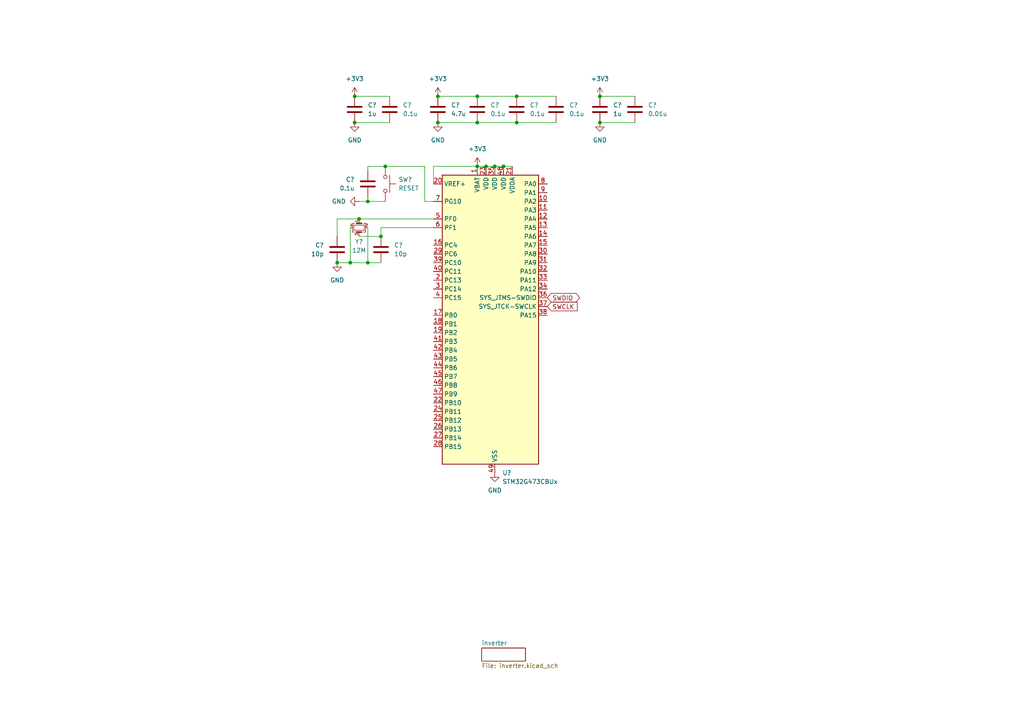
<source format=kicad_sch>
(kicad_sch
	(version 20231120)
	(generator "eeschema")
	(generator_version "8.0")
	(uuid "a8d0d8bc-c765-44e3-97b1-aab17683537a")
	(paper "A4")
	(lib_symbols
		(symbol "Device:C"
			(pin_numbers hide)
			(pin_names
				(offset 0.254)
			)
			(exclude_from_sim no)
			(in_bom yes)
			(on_board yes)
			(property "Reference" "C"
				(at 0.635 2.54 0)
				(effects
					(font
						(size 1.27 1.27)
					)
					(justify left)
				)
			)
			(property "Value" "C"
				(at 0.635 -2.54 0)
				(effects
					(font
						(size 1.27 1.27)
					)
					(justify left)
				)
			)
			(property "Footprint" ""
				(at 0.9652 -3.81 0)
				(effects
					(font
						(size 1.27 1.27)
					)
					(hide yes)
				)
			)
			(property "Datasheet" "~"
				(at 0 0 0)
				(effects
					(font
						(size 1.27 1.27)
					)
					(hide yes)
				)
			)
			(property "Description" "Unpolarized capacitor"
				(at 0 0 0)
				(effects
					(font
						(size 1.27 1.27)
					)
					(hide yes)
				)
			)
			(property "ki_keywords" "cap capacitor"
				(at 0 0 0)
				(effects
					(font
						(size 1.27 1.27)
					)
					(hide yes)
				)
			)
			(property "ki_fp_filters" "C_*"
				(at 0 0 0)
				(effects
					(font
						(size 1.27 1.27)
					)
					(hide yes)
				)
			)
			(symbol "C_0_1"
				(polyline
					(pts
						(xy -2.032 -0.762) (xy 2.032 -0.762)
					)
					(stroke
						(width 0.508)
						(type default)
					)
					(fill
						(type none)
					)
				)
				(polyline
					(pts
						(xy -2.032 0.762) (xy 2.032 0.762)
					)
					(stroke
						(width 0.508)
						(type default)
					)
					(fill
						(type none)
					)
				)
			)
			(symbol "C_1_1"
				(pin passive line
					(at 0 3.81 270)
					(length 2.794)
					(name "~"
						(effects
							(font
								(size 1.27 1.27)
							)
						)
					)
					(number "1"
						(effects
							(font
								(size 1.27 1.27)
							)
						)
					)
				)
				(pin passive line
					(at 0 -3.81 90)
					(length 2.794)
					(name "~"
						(effects
							(font
								(size 1.27 1.27)
							)
						)
					)
					(number "2"
						(effects
							(font
								(size 1.27 1.27)
							)
						)
					)
				)
			)
		)
		(symbol "Device:Crystal_GND24_Small"
			(pin_names
				(offset 1.016) hide)
			(exclude_from_sim no)
			(in_bom yes)
			(on_board yes)
			(property "Reference" "Y"
				(at 1.27 4.445 0)
				(effects
					(font
						(size 1.27 1.27)
					)
					(justify left)
				)
			)
			(property "Value" "Crystal_GND24_Small"
				(at 1.27 2.54 0)
				(effects
					(font
						(size 1.27 1.27)
					)
					(justify left)
				)
			)
			(property "Footprint" ""
				(at 0 0 0)
				(effects
					(font
						(size 1.27 1.27)
					)
					(hide yes)
				)
			)
			(property "Datasheet" "~"
				(at 0 0 0)
				(effects
					(font
						(size 1.27 1.27)
					)
					(hide yes)
				)
			)
			(property "Description" "Four pin crystal, GND on pins 2 and 4, small symbol"
				(at 0 0 0)
				(effects
					(font
						(size 1.27 1.27)
					)
					(hide yes)
				)
			)
			(property "ki_keywords" "quartz ceramic resonator oscillator"
				(at 0 0 0)
				(effects
					(font
						(size 1.27 1.27)
					)
					(hide yes)
				)
			)
			(property "ki_fp_filters" "Crystal*"
				(at 0 0 0)
				(effects
					(font
						(size 1.27 1.27)
					)
					(hide yes)
				)
			)
			(symbol "Crystal_GND24_Small_0_1"
				(rectangle
					(start -0.762 -1.524)
					(end 0.762 1.524)
					(stroke
						(width 0)
						(type default)
					)
					(fill
						(type none)
					)
				)
				(polyline
					(pts
						(xy -1.27 -0.762) (xy -1.27 0.762)
					)
					(stroke
						(width 0.381)
						(type default)
					)
					(fill
						(type none)
					)
				)
				(polyline
					(pts
						(xy 1.27 -0.762) (xy 1.27 0.762)
					)
					(stroke
						(width 0.381)
						(type default)
					)
					(fill
						(type none)
					)
				)
				(polyline
					(pts
						(xy -1.27 -1.27) (xy -1.27 -1.905) (xy 1.27 -1.905) (xy 1.27 -1.27)
					)
					(stroke
						(width 0)
						(type default)
					)
					(fill
						(type none)
					)
				)
				(polyline
					(pts
						(xy -1.27 1.27) (xy -1.27 1.905) (xy 1.27 1.905) (xy 1.27 1.27)
					)
					(stroke
						(width 0)
						(type default)
					)
					(fill
						(type none)
					)
				)
			)
			(symbol "Crystal_GND24_Small_1_1"
				(pin passive line
					(at -2.54 0 0)
					(length 1.27)
					(name "1"
						(effects
							(font
								(size 1.27 1.27)
							)
						)
					)
					(number "1"
						(effects
							(font
								(size 0.762 0.762)
							)
						)
					)
				)
				(pin passive line
					(at 0 -2.54 90)
					(length 0.635)
					(name "2"
						(effects
							(font
								(size 1.27 1.27)
							)
						)
					)
					(number "2"
						(effects
							(font
								(size 0.762 0.762)
							)
						)
					)
				)
				(pin passive line
					(at 2.54 0 180)
					(length 1.27)
					(name "3"
						(effects
							(font
								(size 1.27 1.27)
							)
						)
					)
					(number "3"
						(effects
							(font
								(size 0.762 0.762)
							)
						)
					)
				)
				(pin passive line
					(at 0 2.54 270)
					(length 0.635)
					(name "4"
						(effects
							(font
								(size 1.27 1.27)
							)
						)
					)
					(number "4"
						(effects
							(font
								(size 0.762 0.762)
							)
						)
					)
				)
			)
		)
		(symbol "MCU_ST_STM32G4:STM32G473CBUx"
			(exclude_from_sim no)
			(in_bom yes)
			(on_board yes)
			(property "Reference" "U"
				(at -12.7 44.45 0)
				(effects
					(font
						(size 1.27 1.27)
					)
					(justify left)
				)
			)
			(property "Value" "STM32G473CBUx"
				(at 10.16 44.45 0)
				(effects
					(font
						(size 1.27 1.27)
					)
					(justify left)
				)
			)
			(property "Footprint" "Package_DFN_QFN:QFN-48-1EP_7x7mm_P0.5mm_EP5.6x5.6mm"
				(at -12.7 -40.64 0)
				(effects
					(font
						(size 1.27 1.27)
					)
					(justify right)
					(hide yes)
				)
			)
			(property "Datasheet" "https://www.st.com/resource/en/datasheet/stm32g473cb.pdf"
				(at 0 0 0)
				(effects
					(font
						(size 1.27 1.27)
					)
					(hide yes)
				)
			)
			(property "Description" "STMicroelectronics Arm Cortex-M4 MCU, 128KB flash, 128KB RAM, 170 MHz, 1.71-3.6V, 42 GPIO, UFQFPN48"
				(at 0 0 0)
				(effects
					(font
						(size 1.27 1.27)
					)
					(hide yes)
				)
			)
			(property "ki_locked" ""
				(at 0 0 0)
				(effects
					(font
						(size 1.27 1.27)
					)
				)
			)
			(property "ki_keywords" "Arm Cortex-M4 STM32G4 STM32G4x3"
				(at 0 0 0)
				(effects
					(font
						(size 1.27 1.27)
					)
					(hide yes)
				)
			)
			(property "ki_fp_filters" "QFN*1EP*7x7mm*P0.5mm*"
				(at 0 0 0)
				(effects
					(font
						(size 1.27 1.27)
					)
					(hide yes)
				)
			)
			(symbol "STM32G473CBUx_0_1"
				(rectangle
					(start -12.7 -40.64)
					(end 15.24 43.18)
					(stroke
						(width 0.254)
						(type default)
					)
					(fill
						(type background)
					)
				)
			)
			(symbol "STM32G473CBUx_1_1"
				(pin power_in line
					(at -2.54 45.72 270)
					(length 2.54)
					(name "VBAT"
						(effects
							(font
								(size 1.27 1.27)
							)
						)
					)
					(number "1"
						(effects
							(font
								(size 1.27 1.27)
							)
						)
					)
				)
				(pin bidirectional line
					(at 17.78 35.56 180)
					(length 2.54)
					(name "PA2"
						(effects
							(font
								(size 1.27 1.27)
							)
						)
					)
					(number "10"
						(effects
							(font
								(size 1.27 1.27)
							)
						)
					)
					(alternate "ADC1_IN3" bidirectional line)
					(alternate "ADC3_EXTI2" bidirectional line)
					(alternate "ADC4_EXTI2" bidirectional line)
					(alternate "ADC5_EXTI2" bidirectional line)
					(alternate "COMP2_INM" bidirectional line)
					(alternate "COMP2_OUT" bidirectional line)
					(alternate "LPUART1_TX" bidirectional line)
					(alternate "OPAMP1_VOUT" bidirectional line)
					(alternate "QUADSPI1_BK1_NCS" bidirectional line)
					(alternate "RCC_LSCO" bidirectional line)
					(alternate "SYS_WKUP4" bidirectional line)
					(alternate "TIM15_CH1" bidirectional line)
					(alternate "TIM2_CH3" bidirectional line)
					(alternate "TIM5_CH3" bidirectional line)
					(alternate "UCPD1_FRSTX1" bidirectional line)
					(alternate "UCPD1_FRSTX2" bidirectional line)
					(alternate "USART2_TX" bidirectional line)
				)
				(pin bidirectional line
					(at 17.78 33.02 180)
					(length 2.54)
					(name "PA3"
						(effects
							(font
								(size 1.27 1.27)
							)
						)
					)
					(number "11"
						(effects
							(font
								(size 1.27 1.27)
							)
						)
					)
					(alternate "ADC1_IN4" bidirectional line)
					(alternate "ADC3_EXTI3" bidirectional line)
					(alternate "ADC4_EXTI3" bidirectional line)
					(alternate "ADC5_EXTI3" bidirectional line)
					(alternate "COMP2_INP" bidirectional line)
					(alternate "LPUART1_RX" bidirectional line)
					(alternate "OPAMP1_VINM" bidirectional line)
					(alternate "OPAMP1_VINM0" bidirectional line)
					(alternate "OPAMP1_VINM_SEC" bidirectional line)
					(alternate "OPAMP1_VINP" bidirectional line)
					(alternate "OPAMP1_VINP_SEC" bidirectional line)
					(alternate "OPAMP5_VINM" bidirectional line)
					(alternate "OPAMP5_VINM1" bidirectional line)
					(alternate "OPAMP5_VINM_SEC" bidirectional line)
					(alternate "QUADSPI1_CLK" bidirectional line)
					(alternate "SAI1_CK1" bidirectional line)
					(alternate "SAI1_MCLK_A" bidirectional line)
					(alternate "TIM15_CH2" bidirectional line)
					(alternate "TIM2_CH4" bidirectional line)
					(alternate "TIM5_CH4" bidirectional line)
					(alternate "USART2_RX" bidirectional line)
				)
				(pin bidirectional line
					(at 17.78 30.48 180)
					(length 2.54)
					(name "PA4"
						(effects
							(font
								(size 1.27 1.27)
							)
						)
					)
					(number "12"
						(effects
							(font
								(size 1.27 1.27)
							)
						)
					)
					(alternate "ADC2_IN17" bidirectional line)
					(alternate "COMP1_INM" bidirectional line)
					(alternate "DAC1_OUT1" bidirectional line)
					(alternate "I2S3_WS" bidirectional line)
					(alternate "SAI1_FS_B" bidirectional line)
					(alternate "SPI1_NSS" bidirectional line)
					(alternate "SPI3_NSS" bidirectional line)
					(alternate "TIM3_CH2" bidirectional line)
					(alternate "USART2_CK" bidirectional line)
				)
				(pin bidirectional line
					(at 17.78 27.94 180)
					(length 2.54)
					(name "PA5"
						(effects
							(font
								(size 1.27 1.27)
							)
						)
					)
					(number "13"
						(effects
							(font
								(size 1.27 1.27)
							)
						)
					)
					(alternate "ADC2_IN13" bidirectional line)
					(alternate "COMP2_INM" bidirectional line)
					(alternate "DAC1_OUT2" bidirectional line)
					(alternate "OPAMP2_VINM" bidirectional line)
					(alternate "OPAMP2_VINM0" bidirectional line)
					(alternate "OPAMP2_VINM_SEC" bidirectional line)
					(alternate "SPI1_SCK" bidirectional line)
					(alternate "TIM2_CH1" bidirectional line)
					(alternate "TIM2_ETR" bidirectional line)
					(alternate "UCPD1_FRSTX1" bidirectional line)
					(alternate "UCPD1_FRSTX2" bidirectional line)
				)
				(pin bidirectional line
					(at 17.78 25.4 180)
					(length 2.54)
					(name "PA6"
						(effects
							(font
								(size 1.27 1.27)
							)
						)
					)
					(number "14"
						(effects
							(font
								(size 1.27 1.27)
							)
						)
					)
					(alternate "ADC2_IN3" bidirectional line)
					(alternate "COMP1_OUT" bidirectional line)
					(alternate "DAC2_OUT1" bidirectional line)
					(alternate "LPUART1_CTS" bidirectional line)
					(alternate "OPAMP2_VOUT" bidirectional line)
					(alternate "QUADSPI1_BK1_IO3" bidirectional line)
					(alternate "SPI1_MISO" bidirectional line)
					(alternate "TIM16_CH1" bidirectional line)
					(alternate "TIM1_BKIN" bidirectional line)
					(alternate "TIM3_CH1" bidirectional line)
					(alternate "TIM8_BKIN" bidirectional line)
				)
				(pin bidirectional line
					(at 17.78 22.86 180)
					(length 2.54)
					(name "PA7"
						(effects
							(font
								(size 1.27 1.27)
							)
						)
					)
					(number "15"
						(effects
							(font
								(size 1.27 1.27)
							)
						)
					)
					(alternate "ADC2_IN4" bidirectional line)
					(alternate "COMP2_INP" bidirectional line)
					(alternate "COMP2_OUT" bidirectional line)
					(alternate "OPAMP1_VINP" bidirectional line)
					(alternate "OPAMP1_VINP_SEC" bidirectional line)
					(alternate "OPAMP2_VINP" bidirectional line)
					(alternate "OPAMP2_VINP_SEC" bidirectional line)
					(alternate "QUADSPI1_BK1_IO2" bidirectional line)
					(alternate "SPI1_MOSI" bidirectional line)
					(alternate "TIM17_CH1" bidirectional line)
					(alternate "TIM1_CH1N" bidirectional line)
					(alternate "TIM3_CH2" bidirectional line)
					(alternate "TIM8_CH1N" bidirectional line)
					(alternate "UCPD1_FRSTX1" bidirectional line)
					(alternate "UCPD1_FRSTX2" bidirectional line)
				)
				(pin bidirectional line
					(at -15.24 22.86 0)
					(length 2.54)
					(name "PC4"
						(effects
							(font
								(size 1.27 1.27)
							)
						)
					)
					(number "16"
						(effects
							(font
								(size 1.27 1.27)
							)
						)
					)
					(alternate "ADC2_IN5" bidirectional line)
					(alternate "I2C2_SCL" bidirectional line)
					(alternate "QUADSPI1_BK2_IO3" bidirectional line)
					(alternate "TIM1_ETR" bidirectional line)
					(alternate "USART1_TX" bidirectional line)
				)
				(pin bidirectional line
					(at -15.24 2.54 0)
					(length 2.54)
					(name "PB0"
						(effects
							(font
								(size 1.27 1.27)
							)
						)
					)
					(number "17"
						(effects
							(font
								(size 1.27 1.27)
							)
						)
					)
					(alternate "ADC1_IN15" bidirectional line)
					(alternate "ADC3_IN12" bidirectional line)
					(alternate "COMP4_INP" bidirectional line)
					(alternate "OPAMP2_VINP" bidirectional line)
					(alternate "OPAMP2_VINP_SEC" bidirectional line)
					(alternate "OPAMP3_VINP" bidirectional line)
					(alternate "OPAMP3_VINP_SEC" bidirectional line)
					(alternate "QUADSPI1_BK1_IO1" bidirectional line)
					(alternate "TIM1_CH2N" bidirectional line)
					(alternate "TIM3_CH3" bidirectional line)
					(alternate "TIM8_CH2N" bidirectional line)
					(alternate "UCPD1_FRSTX1" bidirectional line)
					(alternate "UCPD1_FRSTX2" bidirectional line)
				)
				(pin bidirectional line
					(at -15.24 0 0)
					(length 2.54)
					(name "PB1"
						(effects
							(font
								(size 1.27 1.27)
							)
						)
					)
					(number "18"
						(effects
							(font
								(size 1.27 1.27)
							)
						)
					)
					(alternate "ADC1_IN12" bidirectional line)
					(alternate "ADC3_IN1" bidirectional line)
					(alternate "COMP1_INP" bidirectional line)
					(alternate "COMP4_OUT" bidirectional line)
					(alternate "LPUART1_DE" bidirectional line)
					(alternate "LPUART1_RTS" bidirectional line)
					(alternate "OPAMP3_VOUT" bidirectional line)
					(alternate "OPAMP6_VINM" bidirectional line)
					(alternate "OPAMP6_VINM1" bidirectional line)
					(alternate "OPAMP6_VINM_SEC" bidirectional line)
					(alternate "QUADSPI1_BK1_IO0" bidirectional line)
					(alternate "TIM1_CH3N" bidirectional line)
					(alternate "TIM3_CH4" bidirectional line)
					(alternate "TIM8_CH3N" bidirectional line)
				)
				(pin bidirectional line
					(at -15.24 -2.54 0)
					(length 2.54)
					(name "PB2"
						(effects
							(font
								(size 1.27 1.27)
							)
						)
					)
					(number "19"
						(effects
							(font
								(size 1.27 1.27)
							)
						)
					)
					(alternate "ADC2_IN12" bidirectional line)
					(alternate "ADC3_EXTI2" bidirectional line)
					(alternate "ADC4_EXTI2" bidirectional line)
					(alternate "ADC5_EXTI2" bidirectional line)
					(alternate "COMP4_INM" bidirectional line)
					(alternate "I2C3_SMBA" bidirectional line)
					(alternate "LPTIM1_OUT" bidirectional line)
					(alternate "OPAMP3_VINM" bidirectional line)
					(alternate "OPAMP3_VINM0" bidirectional line)
					(alternate "OPAMP3_VINM_SEC" bidirectional line)
					(alternate "QUADSPI1_BK2_IO1" bidirectional line)
					(alternate "RTC_OUT2" bidirectional line)
					(alternate "TIM20_CH1" bidirectional line)
					(alternate "TIM5_CH1" bidirectional line)
				)
				(pin bidirectional line
					(at -15.24 12.7 0)
					(length 2.54)
					(name "PC13"
						(effects
							(font
								(size 1.27 1.27)
							)
						)
					)
					(number "2"
						(effects
							(font
								(size 1.27 1.27)
							)
						)
					)
					(alternate "RTC_OUT1" bidirectional line)
					(alternate "RTC_TAMP1" bidirectional line)
					(alternate "RTC_TS" bidirectional line)
					(alternate "SYS_WKUP2" bidirectional line)
					(alternate "TIM1_BKIN" bidirectional line)
					(alternate "TIM1_CH1N" bidirectional line)
					(alternate "TIM8_CH4N" bidirectional line)
				)
				(pin input line
					(at -15.24 40.64 0)
					(length 2.54)
					(name "VREF+"
						(effects
							(font
								(size 1.27 1.27)
							)
						)
					)
					(number "20"
						(effects
							(font
								(size 1.27 1.27)
							)
						)
					)
					(alternate "VREFBUF_OUT" bidirectional line)
				)
				(pin power_in line
					(at 7.62 45.72 270)
					(length 2.54)
					(name "VDDA"
						(effects
							(font
								(size 1.27 1.27)
							)
						)
					)
					(number "21"
						(effects
							(font
								(size 1.27 1.27)
							)
						)
					)
				)
				(pin bidirectional line
					(at -15.24 -22.86 0)
					(length 2.54)
					(name "PB10"
						(effects
							(font
								(size 1.27 1.27)
							)
						)
					)
					(number "22"
						(effects
							(font
								(size 1.27 1.27)
							)
						)
					)
					(alternate "COMP5_INM" bidirectional line)
					(alternate "DAC1_EXTI10" bidirectional line)
					(alternate "DAC2_EXTI10" bidirectional line)
					(alternate "DAC3_EXTI10" bidirectional line)
					(alternate "DAC4_EXTI10" bidirectional line)
					(alternate "LPUART1_RX" bidirectional line)
					(alternate "OPAMP3_VINM" bidirectional line)
					(alternate "OPAMP3_VINM1" bidirectional line)
					(alternate "OPAMP3_VINM_SEC" bidirectional line)
					(alternate "OPAMP4_VINM" bidirectional line)
					(alternate "OPAMP4_VINM0" bidirectional line)
					(alternate "OPAMP4_VINM_SEC" bidirectional line)
					(alternate "QUADSPI1_CLK" bidirectional line)
					(alternate "SAI1_SCK_A" bidirectional line)
					(alternate "TIM1_BKIN" bidirectional line)
					(alternate "TIM2_CH3" bidirectional line)
					(alternate "USART3_TX" bidirectional line)
				)
				(pin power_in line
					(at 0 45.72 270)
					(length 2.54)
					(name "VDD"
						(effects
							(font
								(size 1.27 1.27)
							)
						)
					)
					(number "23"
						(effects
							(font
								(size 1.27 1.27)
							)
						)
					)
				)
				(pin bidirectional line
					(at -15.24 -25.4 0)
					(length 2.54)
					(name "PB11"
						(effects
							(font
								(size 1.27 1.27)
							)
						)
					)
					(number "24"
						(effects
							(font
								(size 1.27 1.27)
							)
						)
					)
					(alternate "ADC1_EXTI11" bidirectional line)
					(alternate "ADC1_IN14" bidirectional line)
					(alternate "ADC2_EXTI11" bidirectional line)
					(alternate "ADC2_IN14" bidirectional line)
					(alternate "COMP6_INP" bidirectional line)
					(alternate "LPUART1_TX" bidirectional line)
					(alternate "OPAMP4_VINP" bidirectional line)
					(alternate "OPAMP4_VINP_SEC" bidirectional line)
					(alternate "OPAMP6_VOUT" bidirectional line)
					(alternate "QUADSPI1_BK1_NCS" bidirectional line)
					(alternate "TIM2_CH4" bidirectional line)
					(alternate "USART3_RX" bidirectional line)
				)
				(pin bidirectional line
					(at -15.24 -27.94 0)
					(length 2.54)
					(name "PB12"
						(effects
							(font
								(size 1.27 1.27)
							)
						)
					)
					(number "25"
						(effects
							(font
								(size 1.27 1.27)
							)
						)
					)
					(alternate "ADC1_IN11" bidirectional line)
					(alternate "ADC4_IN3" bidirectional line)
					(alternate "COMP7_INM" bidirectional line)
					(alternate "FDCAN2_RX" bidirectional line)
					(alternate "I2C2_SMBA" bidirectional line)
					(alternate "I2S2_WS" bidirectional line)
					(alternate "LPUART1_DE" bidirectional line)
					(alternate "LPUART1_RTS" bidirectional line)
					(alternate "OPAMP4_VOUT" bidirectional line)
					(alternate "OPAMP6_VINP" bidirectional line)
					(alternate "OPAMP6_VINP_SEC" bidirectional line)
					(alternate "SPI2_NSS" bidirectional line)
					(alternate "TIM1_BKIN" bidirectional line)
					(alternate "TIM5_ETR" bidirectional line)
					(alternate "USART3_CK" bidirectional line)
				)
				(pin bidirectional line
					(at -15.24 -30.48 0)
					(length 2.54)
					(name "PB13"
						(effects
							(font
								(size 1.27 1.27)
							)
						)
					)
					(number "26"
						(effects
							(font
								(size 1.27 1.27)
							)
						)
					)
					(alternate "ADC3_IN5" bidirectional line)
					(alternate "COMP5_INP" bidirectional line)
					(alternate "FDCAN2_TX" bidirectional line)
					(alternate "I2S2_CK" bidirectional line)
					(alternate "LPUART1_CTS" bidirectional line)
					(alternate "OPAMP3_VINP" bidirectional line)
					(alternate "OPAMP3_VINP_SEC" bidirectional line)
					(alternate "OPAMP4_VINP" bidirectional line)
					(alternate "OPAMP4_VINP_SEC" bidirectional line)
					(alternate "OPAMP6_VINP" bidirectional line)
					(alternate "OPAMP6_VINP_SEC" bidirectional line)
					(alternate "SPI2_SCK" bidirectional line)
					(alternate "TIM1_CH1N" bidirectional line)
					(alternate "USART3_CTS" bidirectional line)
					(alternate "USART3_NSS" bidirectional line)
				)
				(pin bidirectional line
					(at -15.24 -33.02 0)
					(length 2.54)
					(name "PB14"
						(effects
							(font
								(size 1.27 1.27)
							)
						)
					)
					(number "27"
						(effects
							(font
								(size 1.27 1.27)
							)
						)
					)
					(alternate "ADC1_IN5" bidirectional line)
					(alternate "ADC4_IN4" bidirectional line)
					(alternate "COMP4_OUT" bidirectional line)
					(alternate "COMP7_INP" bidirectional line)
					(alternate "OPAMP2_VINP" bidirectional line)
					(alternate "OPAMP2_VINP_SEC" bidirectional line)
					(alternate "OPAMP5_VINP" bidirectional line)
					(alternate "OPAMP5_VINP_SEC" bidirectional line)
					(alternate "SPI2_MISO" bidirectional line)
					(alternate "TIM15_CH1" bidirectional line)
					(alternate "TIM1_CH2N" bidirectional line)
					(alternate "USART3_DE" bidirectional line)
					(alternate "USART3_RTS" bidirectional line)
				)
				(pin bidirectional line
					(at -15.24 -35.56 0)
					(length 2.54)
					(name "PB15"
						(effects
							(font
								(size 1.27 1.27)
							)
						)
					)
					(number "28"
						(effects
							(font
								(size 1.27 1.27)
							)
						)
					)
					(alternate "ADC1_EXTI15" bidirectional line)
					(alternate "ADC2_EXTI15" bidirectional line)
					(alternate "ADC2_IN15" bidirectional line)
					(alternate "ADC4_IN5" bidirectional line)
					(alternate "COMP3_OUT" bidirectional line)
					(alternate "COMP6_INM" bidirectional line)
					(alternate "I2S2_SD" bidirectional line)
					(alternate "OPAMP5_VINM" bidirectional line)
					(alternate "OPAMP5_VINM0" bidirectional line)
					(alternate "OPAMP5_VINM_SEC" bidirectional line)
					(alternate "RTC_REFIN" bidirectional line)
					(alternate "SPI2_MOSI" bidirectional line)
					(alternate "TIM15_CH1N" bidirectional line)
					(alternate "TIM15_CH2" bidirectional line)
					(alternate "TIM1_CH3N" bidirectional line)
				)
				(pin bidirectional line
					(at -15.24 20.32 0)
					(length 2.54)
					(name "PC6"
						(effects
							(font
								(size 1.27 1.27)
							)
						)
					)
					(number "29"
						(effects
							(font
								(size 1.27 1.27)
							)
						)
					)
					(alternate "COMP6_OUT" bidirectional line)
					(alternate "I2C4_SCL" bidirectional line)
					(alternate "I2S2_MCK" bidirectional line)
					(alternate "TIM3_CH1" bidirectional line)
					(alternate "TIM8_CH1" bidirectional line)
				)
				(pin bidirectional line
					(at -15.24 10.16 0)
					(length 2.54)
					(name "PC14"
						(effects
							(font
								(size 1.27 1.27)
							)
						)
					)
					(number "3"
						(effects
							(font
								(size 1.27 1.27)
							)
						)
					)
					(alternate "RCC_OSC32_IN" bidirectional line)
				)
				(pin bidirectional line
					(at 17.78 20.32 180)
					(length 2.54)
					(name "PA8"
						(effects
							(font
								(size 1.27 1.27)
							)
						)
					)
					(number "30"
						(effects
							(font
								(size 1.27 1.27)
							)
						)
					)
					(alternate "ADC5_IN1" bidirectional line)
					(alternate "COMP7_OUT" bidirectional line)
					(alternate "FDCAN3_RX" bidirectional line)
					(alternate "I2C2_SDA" bidirectional line)
					(alternate "I2C3_SCL" bidirectional line)
					(alternate "I2S2_MCK" bidirectional line)
					(alternate "OPAMP5_VOUT" bidirectional line)
					(alternate "RCC_MCO" bidirectional line)
					(alternate "SAI1_CK2" bidirectional line)
					(alternate "SAI1_SCK_A" bidirectional line)
					(alternate "TIM1_CH1" bidirectional line)
					(alternate "TIM4_ETR" bidirectional line)
					(alternate "USART1_CK" bidirectional line)
				)
				(pin bidirectional line
					(at 17.78 17.78 180)
					(length 2.54)
					(name "PA9"
						(effects
							(font
								(size 1.27 1.27)
							)
						)
					)
					(number "31"
						(effects
							(font
								(size 1.27 1.27)
							)
						)
					)
					(alternate "ADC5_IN2" bidirectional line)
					(alternate "COMP5_OUT" bidirectional line)
					(alternate "DAC1_EXTI9" bidirectional line)
					(alternate "DAC2_EXTI9" bidirectional line)
					(alternate "DAC3_EXTI9" bidirectional line)
					(alternate "DAC4_EXTI9" bidirectional line)
					(alternate "I2C2_SCL" bidirectional line)
					(alternate "I2C3_SMBA" bidirectional line)
					(alternate "I2S3_MCK" bidirectional line)
					(alternate "SAI1_FS_A" bidirectional line)
					(alternate "TIM15_BKIN" bidirectional line)
					(alternate "TIM1_CH2" bidirectional line)
					(alternate "TIM2_CH3" bidirectional line)
					(alternate "UCPD1_DBCC1" bidirectional line)
					(alternate "USART1_TX" bidirectional line)
				)
				(pin bidirectional line
					(at 17.78 15.24 180)
					(length 2.54)
					(name "PA10"
						(effects
							(font
								(size 1.27 1.27)
							)
						)
					)
					(number "32"
						(effects
							(font
								(size 1.27 1.27)
							)
						)
					)
					(alternate "COMP6_OUT" bidirectional line)
					(alternate "CRS_SYNC" bidirectional line)
					(alternate "DAC1_EXTI10" bidirectional line)
					(alternate "DAC2_EXTI10" bidirectional line)
					(alternate "DAC3_EXTI10" bidirectional line)
					(alternate "DAC4_EXTI10" bidirectional line)
					(alternate "I2C2_SMBA" bidirectional line)
					(alternate "SAI1_D1" bidirectional line)
					(alternate "SAI1_SD_A" bidirectional line)
					(alternate "SPI2_MISO" bidirectional line)
					(alternate "TIM17_BKIN" bidirectional line)
					(alternate "TIM1_CH3" bidirectional line)
					(alternate "TIM2_CH4" bidirectional line)
					(alternate "TIM8_BKIN" bidirectional line)
					(alternate "UCPD1_DBCC2" bidirectional line)
					(alternate "USART1_RX" bidirectional line)
				)
				(pin bidirectional line
					(at 17.78 12.7 180)
					(length 2.54)
					(name "PA11"
						(effects
							(font
								(size 1.27 1.27)
							)
						)
					)
					(number "33"
						(effects
							(font
								(size 1.27 1.27)
							)
						)
					)
					(alternate "ADC1_EXTI11" bidirectional line)
					(alternate "ADC2_EXTI11" bidirectional line)
					(alternate "COMP1_OUT" bidirectional line)
					(alternate "FDCAN1_RX" bidirectional line)
					(alternate "I2S2_SD" bidirectional line)
					(alternate "SPI2_MOSI" bidirectional line)
					(alternate "TIM1_BKIN2" bidirectional line)
					(alternate "TIM1_CH1N" bidirectional line)
					(alternate "TIM1_CH4" bidirectional line)
					(alternate "TIM4_CH1" bidirectional line)
					(alternate "USART1_CTS" bidirectional line)
					(alternate "USART1_NSS" bidirectional line)
					(alternate "USB_DM" bidirectional line)
				)
				(pin bidirectional line
					(at 17.78 10.16 180)
					(length 2.54)
					(name "PA12"
						(effects
							(font
								(size 1.27 1.27)
							)
						)
					)
					(number "34"
						(effects
							(font
								(size 1.27 1.27)
							)
						)
					)
					(alternate "COMP2_OUT" bidirectional line)
					(alternate "FDCAN1_TX" bidirectional line)
					(alternate "I2S_CKIN" bidirectional line)
					(alternate "TIM16_CH1" bidirectional line)
					(alternate "TIM1_CH2N" bidirectional line)
					(alternate "TIM1_ETR" bidirectional line)
					(alternate "TIM4_CH2" bidirectional line)
					(alternate "USART1_DE" bidirectional line)
					(alternate "USART1_RTS" bidirectional line)
					(alternate "USB_DP" bidirectional line)
				)
				(pin power_in line
					(at 2.54 45.72 270)
					(length 2.54)
					(name "VDD"
						(effects
							(font
								(size 1.27 1.27)
							)
						)
					)
					(number "35"
						(effects
							(font
								(size 1.27 1.27)
							)
						)
					)
				)
				(pin bidirectional line
					(at 17.78 7.62 180)
					(length 2.54)
					(name "PA13"
						(effects
							(font
								(size 1.27 1.27)
							)
						)
					)
					(number "36"
						(effects
							(font
								(size 1.27 1.27)
							)
						)
					)
					(alternate "I2C1_SCL" bidirectional line)
					(alternate "I2C4_SCL" bidirectional line)
					(alternate "IR_OUT" bidirectional line)
					(alternate "SAI1_SD_B" bidirectional line)
					(alternate "SYS_JTMS-SWDIO" bidirectional line)
					(alternate "TIM16_CH1N" bidirectional line)
					(alternate "TIM4_CH3" bidirectional line)
					(alternate "USART3_CTS" bidirectional line)
					(alternate "USART3_NSS" bidirectional line)
				)
				(pin bidirectional line
					(at 17.78 5.08 180)
					(length 2.54)
					(name "PA14"
						(effects
							(font
								(size 1.27 1.27)
							)
						)
					)
					(number "37"
						(effects
							(font
								(size 1.27 1.27)
							)
						)
					)
					(alternate "I2C1_SDA" bidirectional line)
					(alternate "I2C4_SMBA" bidirectional line)
					(alternate "LPTIM1_OUT" bidirectional line)
					(alternate "SAI1_FS_B" bidirectional line)
					(alternate "SYS_JTCK-SWCLK" bidirectional line)
					(alternate "TIM1_BKIN" bidirectional line)
					(alternate "TIM8_CH2" bidirectional line)
					(alternate "USART2_TX" bidirectional line)
				)
				(pin bidirectional line
					(at 17.78 2.54 180)
					(length 2.54)
					(name "PA15"
						(effects
							(font
								(size 1.27 1.27)
							)
						)
					)
					(number "38"
						(effects
							(font
								(size 1.27 1.27)
							)
						)
					)
					(alternate "ADC1_EXTI15" bidirectional line)
					(alternate "ADC2_EXTI15" bidirectional line)
					(alternate "FDCAN3_TX" bidirectional line)
					(alternate "I2C1_SCL" bidirectional line)
					(alternate "I2S3_WS" bidirectional line)
					(alternate "SPI1_NSS" bidirectional line)
					(alternate "SPI3_NSS" bidirectional line)
					(alternate "SYS_JTDI" bidirectional line)
					(alternate "TIM1_BKIN" bidirectional line)
					(alternate "TIM2_CH1" bidirectional line)
					(alternate "TIM2_ETR" bidirectional line)
					(alternate "TIM8_CH1" bidirectional line)
					(alternate "UART4_DE" bidirectional line)
					(alternate "UART4_RTS" bidirectional line)
					(alternate "USART2_RX" bidirectional line)
				)
				(pin bidirectional line
					(at -15.24 17.78 0)
					(length 2.54)
					(name "PC10"
						(effects
							(font
								(size 1.27 1.27)
							)
						)
					)
					(number "39"
						(effects
							(font
								(size 1.27 1.27)
							)
						)
					)
					(alternate "DAC1_EXTI10" bidirectional line)
					(alternate "DAC2_EXTI10" bidirectional line)
					(alternate "DAC3_EXTI10" bidirectional line)
					(alternate "DAC4_EXTI10" bidirectional line)
					(alternate "I2S3_CK" bidirectional line)
					(alternate "SPI3_SCK" bidirectional line)
					(alternate "TIM8_CH1N" bidirectional line)
					(alternate "UART4_TX" bidirectional line)
					(alternate "USART3_TX" bidirectional line)
				)
				(pin bidirectional line
					(at -15.24 7.62 0)
					(length 2.54)
					(name "PC15"
						(effects
							(font
								(size 1.27 1.27)
							)
						)
					)
					(number "4"
						(effects
							(font
								(size 1.27 1.27)
							)
						)
					)
					(alternate "ADC1_EXTI15" bidirectional line)
					(alternate "ADC2_EXTI15" bidirectional line)
					(alternate "RCC_OSC32_OUT" bidirectional line)
				)
				(pin bidirectional line
					(at -15.24 15.24 0)
					(length 2.54)
					(name "PC11"
						(effects
							(font
								(size 1.27 1.27)
							)
						)
					)
					(number "40"
						(effects
							(font
								(size 1.27 1.27)
							)
						)
					)
					(alternate "ADC1_EXTI11" bidirectional line)
					(alternate "ADC2_EXTI11" bidirectional line)
					(alternate "I2C3_SDA" bidirectional line)
					(alternate "SPI3_MISO" bidirectional line)
					(alternate "TIM8_CH2N" bidirectional line)
					(alternate "UART4_RX" bidirectional line)
					(alternate "USART3_RX" bidirectional line)
				)
				(pin bidirectional line
					(at -15.24 -5.08 0)
					(length 2.54)
					(name "PB3"
						(effects
							(font
								(size 1.27 1.27)
							)
						)
					)
					(number "41"
						(effects
							(font
								(size 1.27 1.27)
							)
						)
					)
					(alternate "ADC3_EXTI3" bidirectional line)
					(alternate "ADC4_EXTI3" bidirectional line)
					(alternate "ADC5_EXTI3" bidirectional line)
					(alternate "CRS_SYNC" bidirectional line)
					(alternate "FDCAN3_RX" bidirectional line)
					(alternate "I2S3_CK" bidirectional line)
					(alternate "SAI1_SCK_B" bidirectional line)
					(alternate "SPI1_SCK" bidirectional line)
					(alternate "SPI3_SCK" bidirectional line)
					(alternate "SYS_JTDO-SWO" bidirectional line)
					(alternate "TIM2_CH2" bidirectional line)
					(alternate "TIM3_ETR" bidirectional line)
					(alternate "TIM4_ETR" bidirectional line)
					(alternate "TIM8_CH1N" bidirectional line)
					(alternate "USART2_TX" bidirectional line)
				)
				(pin bidirectional line
					(at -15.24 -7.62 0)
					(length 2.54)
					(name "PB4"
						(effects
							(font
								(size 1.27 1.27)
							)
						)
					)
					(number "42"
						(effects
							(font
								(size 1.27 1.27)
							)
						)
					)
					(alternate "FDCAN3_TX" bidirectional line)
					(alternate "SAI1_MCLK_B" bidirectional line)
					(alternate "SPI1_MISO" bidirectional line)
					(alternate "SPI3_MISO" bidirectional line)
					(alternate "SYS_JTRST" bidirectional line)
					(alternate "TIM16_CH1" bidirectional line)
					(alternate "TIM17_BKIN" bidirectional line)
					(alternate "TIM3_CH1" bidirectional line)
					(alternate "TIM8_CH2N" bidirectional line)
					(alternate "UCPD1_CC2" bidirectional line)
					(alternate "USART2_RX" bidirectional line)
				)
				(pin bidirectional line
					(at -15.24 -10.16 0)
					(length 2.54)
					(name "PB5"
						(effects
							(font
								(size 1.27 1.27)
							)
						)
					)
					(number "43"
						(effects
							(font
								(size 1.27 1.27)
							)
						)
					)
					(alternate "FDCAN2_RX" bidirectional line)
					(alternate "I2C1_SMBA" bidirectional line)
					(alternate "I2C3_SDA" bidirectional line)
					(alternate "I2S3_SD" bidirectional line)
					(alternate "LPTIM1_IN1" bidirectional line)
					(alternate "SAI1_SD_B" bidirectional line)
					(alternate "SPI1_MOSI" bidirectional line)
					(alternate "SPI3_MOSI" bidirectional line)
					(alternate "TIM16_BKIN" bidirectional line)
					(alternate "TIM17_CH1" bidirectional line)
					(alternate "TIM3_CH2" bidirectional line)
					(alternate "TIM8_CH3N" bidirectional line)
					(alternate "USART2_CK" bidirectional line)
				)
				(pin bidirectional line
					(at -15.24 -12.7 0)
					(length 2.54)
					(name "PB6"
						(effects
							(font
								(size 1.27 1.27)
							)
						)
					)
					(number "44"
						(effects
							(font
								(size 1.27 1.27)
							)
						)
					)
					(alternate "COMP4_OUT" bidirectional line)
					(alternate "FDCAN2_TX" bidirectional line)
					(alternate "LPTIM1_ETR" bidirectional line)
					(alternate "SAI1_FS_B" bidirectional line)
					(alternate "TIM16_CH1N" bidirectional line)
					(alternate "TIM4_CH1" bidirectional line)
					(alternate "TIM8_BKIN2" bidirectional line)
					(alternate "TIM8_CH1" bidirectional line)
					(alternate "TIM8_ETR" bidirectional line)
					(alternate "UCPD1_CC1" bidirectional line)
					(alternate "USART1_TX" bidirectional line)
				)
				(pin bidirectional line
					(at -15.24 -15.24 0)
					(length 2.54)
					(name "PB7"
						(effects
							(font
								(size 1.27 1.27)
							)
						)
					)
					(number "45"
						(effects
							(font
								(size 1.27 1.27)
							)
						)
					)
					(alternate "COMP3_OUT" bidirectional line)
					(alternate "I2C1_SDA" bidirectional line)
					(alternate "I2C4_SDA" bidirectional line)
					(alternate "LPTIM1_IN2" bidirectional line)
					(alternate "SYS_PVD_IN" bidirectional line)
					(alternate "TIM17_CH1N" bidirectional line)
					(alternate "TIM3_CH4" bidirectional line)
					(alternate "TIM4_CH2" bidirectional line)
					(alternate "TIM8_BKIN" bidirectional line)
					(alternate "UART4_CTS" bidirectional line)
					(alternate "USART1_RX" bidirectional line)
				)
				(pin bidirectional line
					(at -15.24 -17.78 0)
					(length 2.54)
					(name "PB8"
						(effects
							(font
								(size 1.27 1.27)
							)
						)
					)
					(number "46"
						(effects
							(font
								(size 1.27 1.27)
							)
						)
					)
					(alternate "COMP1_OUT" bidirectional line)
					(alternate "FDCAN1_RX" bidirectional line)
					(alternate "I2C1_SCL" bidirectional line)
					(alternate "SAI1_CK1" bidirectional line)
					(alternate "SAI1_MCLK_A" bidirectional line)
					(alternate "TIM16_CH1" bidirectional line)
					(alternate "TIM1_BKIN" bidirectional line)
					(alternate "TIM4_CH3" bidirectional line)
					(alternate "TIM8_CH2" bidirectional line)
					(alternate "USART3_RX" bidirectional line)
				)
				(pin bidirectional line
					(at -15.24 -20.32 0)
					(length 2.54)
					(name "PB9"
						(effects
							(font
								(size 1.27 1.27)
							)
						)
					)
					(number "47"
						(effects
							(font
								(size 1.27 1.27)
							)
						)
					)
					(alternate "COMP2_OUT" bidirectional line)
					(alternate "DAC1_EXTI9" bidirectional line)
					(alternate "DAC2_EXTI9" bidirectional line)
					(alternate "DAC3_EXTI9" bidirectional line)
					(alternate "DAC4_EXTI9" bidirectional line)
					(alternate "FDCAN1_TX" bidirectional line)
					(alternate "I2C1_SDA" bidirectional line)
					(alternate "IR_OUT" bidirectional line)
					(alternate "SAI1_D2" bidirectional line)
					(alternate "SAI1_FS_A" bidirectional line)
					(alternate "TIM17_CH1" bidirectional line)
					(alternate "TIM1_CH3N" bidirectional line)
					(alternate "TIM4_CH4" bidirectional line)
					(alternate "TIM8_CH3" bidirectional line)
					(alternate "USART3_TX" bidirectional line)
				)
				(pin power_in line
					(at 5.08 45.72 270)
					(length 2.54)
					(name "VDD"
						(effects
							(font
								(size 1.27 1.27)
							)
						)
					)
					(number "48"
						(effects
							(font
								(size 1.27 1.27)
							)
						)
					)
				)
				(pin power_in line
					(at 2.54 -43.18 90)
					(length 2.54)
					(name "VSS"
						(effects
							(font
								(size 1.27 1.27)
							)
						)
					)
					(number "49"
						(effects
							(font
								(size 1.27 1.27)
							)
						)
					)
				)
				(pin bidirectional line
					(at -15.24 30.48 0)
					(length 2.54)
					(name "PF0"
						(effects
							(font
								(size 1.27 1.27)
							)
						)
					)
					(number "5"
						(effects
							(font
								(size 1.27 1.27)
							)
						)
					)
					(alternate "ADC1_IN10" bidirectional line)
					(alternate "I2C2_SDA" bidirectional line)
					(alternate "I2S2_WS" bidirectional line)
					(alternate "RCC_OSC_IN" bidirectional line)
					(alternate "SPI2_NSS" bidirectional line)
					(alternate "TIM1_CH3N" bidirectional line)
				)
				(pin bidirectional line
					(at -15.24 27.94 0)
					(length 2.54)
					(name "PF1"
						(effects
							(font
								(size 1.27 1.27)
							)
						)
					)
					(number "6"
						(effects
							(font
								(size 1.27 1.27)
							)
						)
					)
					(alternate "ADC2_IN10" bidirectional line)
					(alternate "COMP3_INM" bidirectional line)
					(alternate "I2S2_CK" bidirectional line)
					(alternate "RCC_OSC_OUT" bidirectional line)
					(alternate "SPI2_SCK" bidirectional line)
				)
				(pin bidirectional line
					(at -15.24 35.56 0)
					(length 2.54)
					(name "PG10"
						(effects
							(font
								(size 1.27 1.27)
							)
						)
					)
					(number "7"
						(effects
							(font
								(size 1.27 1.27)
							)
						)
					)
					(alternate "DAC1_EXTI10" bidirectional line)
					(alternate "DAC2_EXTI10" bidirectional line)
					(alternate "DAC3_EXTI10" bidirectional line)
					(alternate "DAC4_EXTI10" bidirectional line)
					(alternate "RCC_MCO" bidirectional line)
				)
				(pin bidirectional line
					(at 17.78 40.64 180)
					(length 2.54)
					(name "PA0"
						(effects
							(font
								(size 1.27 1.27)
							)
						)
					)
					(number "8"
						(effects
							(font
								(size 1.27 1.27)
							)
						)
					)
					(alternate "ADC1_IN1" bidirectional line)
					(alternate "ADC2_IN1" bidirectional line)
					(alternate "COMP1_INM" bidirectional line)
					(alternate "COMP1_OUT" bidirectional line)
					(alternate "COMP3_INP" bidirectional line)
					(alternate "RTC_TAMP2" bidirectional line)
					(alternate "SYS_WKUP1" bidirectional line)
					(alternate "TIM2_CH1" bidirectional line)
					(alternate "TIM2_ETR" bidirectional line)
					(alternate "TIM5_CH1" bidirectional line)
					(alternate "TIM8_BKIN" bidirectional line)
					(alternate "TIM8_ETR" bidirectional line)
					(alternate "USART2_CTS" bidirectional line)
					(alternate "USART2_NSS" bidirectional line)
				)
				(pin bidirectional line
					(at 17.78 38.1 180)
					(length 2.54)
					(name "PA1"
						(effects
							(font
								(size 1.27 1.27)
							)
						)
					)
					(number "9"
						(effects
							(font
								(size 1.27 1.27)
							)
						)
					)
					(alternate "ADC1_IN2" bidirectional line)
					(alternate "ADC2_IN2" bidirectional line)
					(alternate "COMP1_INP" bidirectional line)
					(alternate "OPAMP1_VINP" bidirectional line)
					(alternate "OPAMP1_VINP_SEC" bidirectional line)
					(alternate "OPAMP3_VINP" bidirectional line)
					(alternate "OPAMP3_VINP_SEC" bidirectional line)
					(alternate "OPAMP6_VINM" bidirectional line)
					(alternate "OPAMP6_VINM0" bidirectional line)
					(alternate "OPAMP6_VINM_SEC" bidirectional line)
					(alternate "RTC_REFIN" bidirectional line)
					(alternate "TIM15_CH1N" bidirectional line)
					(alternate "TIM2_CH2" bidirectional line)
					(alternate "TIM5_CH2" bidirectional line)
					(alternate "USART2_DE" bidirectional line)
					(alternate "USART2_RTS" bidirectional line)
				)
			)
		)
		(symbol "Switch:SW_Push"
			(pin_numbers hide)
			(pin_names
				(offset 1.016) hide)
			(exclude_from_sim no)
			(in_bom yes)
			(on_board yes)
			(property "Reference" "SW"
				(at 1.27 2.54 0)
				(effects
					(font
						(size 1.27 1.27)
					)
					(justify left)
				)
			)
			(property "Value" "SW_Push"
				(at 0 -1.524 0)
				(effects
					(font
						(size 1.27 1.27)
					)
				)
			)
			(property "Footprint" ""
				(at 0 5.08 0)
				(effects
					(font
						(size 1.27 1.27)
					)
					(hide yes)
				)
			)
			(property "Datasheet" "~"
				(at 0 5.08 0)
				(effects
					(font
						(size 1.27 1.27)
					)
					(hide yes)
				)
			)
			(property "Description" "Push button switch, generic, two pins"
				(at 0 0 0)
				(effects
					(font
						(size 1.27 1.27)
					)
					(hide yes)
				)
			)
			(property "ki_keywords" "switch normally-open pushbutton push-button"
				(at 0 0 0)
				(effects
					(font
						(size 1.27 1.27)
					)
					(hide yes)
				)
			)
			(symbol "SW_Push_0_1"
				(circle
					(center -2.032 0)
					(radius 0.508)
					(stroke
						(width 0)
						(type default)
					)
					(fill
						(type none)
					)
				)
				(polyline
					(pts
						(xy 0 1.27) (xy 0 3.048)
					)
					(stroke
						(width 0)
						(type default)
					)
					(fill
						(type none)
					)
				)
				(polyline
					(pts
						(xy 2.54 1.27) (xy -2.54 1.27)
					)
					(stroke
						(width 0)
						(type default)
					)
					(fill
						(type none)
					)
				)
				(circle
					(center 2.032 0)
					(radius 0.508)
					(stroke
						(width 0)
						(type default)
					)
					(fill
						(type none)
					)
				)
				(pin passive line
					(at -5.08 0 0)
					(length 2.54)
					(name "1"
						(effects
							(font
								(size 1.27 1.27)
							)
						)
					)
					(number "1"
						(effects
							(font
								(size 1.27 1.27)
							)
						)
					)
				)
				(pin passive line
					(at 5.08 0 180)
					(length 2.54)
					(name "2"
						(effects
							(font
								(size 1.27 1.27)
							)
						)
					)
					(number "2"
						(effects
							(font
								(size 1.27 1.27)
							)
						)
					)
				)
			)
		)
		(symbol "power:+3V3"
			(power)
			(pin_numbers hide)
			(pin_names
				(offset 0) hide)
			(exclude_from_sim no)
			(in_bom yes)
			(on_board yes)
			(property "Reference" "#PWR"
				(at 0 -3.81 0)
				(effects
					(font
						(size 1.27 1.27)
					)
					(hide yes)
				)
			)
			(property "Value" "+3V3"
				(at 0 3.556 0)
				(effects
					(font
						(size 1.27 1.27)
					)
				)
			)
			(property "Footprint" ""
				(at 0 0 0)
				(effects
					(font
						(size 1.27 1.27)
					)
					(hide yes)
				)
			)
			(property "Datasheet" ""
				(at 0 0 0)
				(effects
					(font
						(size 1.27 1.27)
					)
					(hide yes)
				)
			)
			(property "Description" "Power symbol creates a global label with name \"+3V3\""
				(at 0 0 0)
				(effects
					(font
						(size 1.27 1.27)
					)
					(hide yes)
				)
			)
			(property "ki_keywords" "global power"
				(at 0 0 0)
				(effects
					(font
						(size 1.27 1.27)
					)
					(hide yes)
				)
			)
			(symbol "+3V3_0_1"
				(polyline
					(pts
						(xy -0.762 1.27) (xy 0 2.54)
					)
					(stroke
						(width 0)
						(type default)
					)
					(fill
						(type none)
					)
				)
				(polyline
					(pts
						(xy 0 0) (xy 0 2.54)
					)
					(stroke
						(width 0)
						(type default)
					)
					(fill
						(type none)
					)
				)
				(polyline
					(pts
						(xy 0 2.54) (xy 0.762 1.27)
					)
					(stroke
						(width 0)
						(type default)
					)
					(fill
						(type none)
					)
				)
			)
			(symbol "+3V3_1_1"
				(pin power_in line
					(at 0 0 90)
					(length 0)
					(name "~"
						(effects
							(font
								(size 1.27 1.27)
							)
						)
					)
					(number "1"
						(effects
							(font
								(size 1.27 1.27)
							)
						)
					)
				)
			)
		)
		(symbol "power:GND"
			(power)
			(pin_numbers hide)
			(pin_names
				(offset 0) hide)
			(exclude_from_sim no)
			(in_bom yes)
			(on_board yes)
			(property "Reference" "#PWR"
				(at 0 -6.35 0)
				(effects
					(font
						(size 1.27 1.27)
					)
					(hide yes)
				)
			)
			(property "Value" "GND"
				(at 0 -3.81 0)
				(effects
					(font
						(size 1.27 1.27)
					)
				)
			)
			(property "Footprint" ""
				(at 0 0 0)
				(effects
					(font
						(size 1.27 1.27)
					)
					(hide yes)
				)
			)
			(property "Datasheet" ""
				(at 0 0 0)
				(effects
					(font
						(size 1.27 1.27)
					)
					(hide yes)
				)
			)
			(property "Description" "Power symbol creates a global label with name \"GND\" , ground"
				(at 0 0 0)
				(effects
					(font
						(size 1.27 1.27)
					)
					(hide yes)
				)
			)
			(property "ki_keywords" "global power"
				(at 0 0 0)
				(effects
					(font
						(size 1.27 1.27)
					)
					(hide yes)
				)
			)
			(symbol "GND_0_1"
				(polyline
					(pts
						(xy 0 0) (xy 0 -1.27) (xy 1.27 -1.27) (xy 0 -2.54) (xy -1.27 -1.27) (xy 0 -1.27)
					)
					(stroke
						(width 0)
						(type default)
					)
					(fill
						(type none)
					)
				)
			)
			(symbol "GND_1_1"
				(pin power_in line
					(at 0 0 270)
					(length 0)
					(name "~"
						(effects
							(font
								(size 1.27 1.27)
							)
						)
					)
					(number "1"
						(effects
							(font
								(size 1.27 1.27)
							)
						)
					)
				)
			)
		)
	)
	(junction
		(at 146.05 48.26)
		(diameter 0)
		(color 0 0 0 0)
		(uuid "01f572b8-1368-4f24-9d5a-13e331db3a83")
	)
	(junction
		(at 149.86 27.94)
		(diameter 0)
		(color 0 0 0 0)
		(uuid "058d816f-f3ab-4d23-a4b0-71d741042139")
	)
	(junction
		(at 110.49 68.58)
		(diameter 0)
		(color 0 0 0 0)
		(uuid "10487d10-542a-4a0f-9811-54878a7cc84c")
	)
	(junction
		(at 140.97 48.26)
		(diameter 0)
		(color 0 0 0 0)
		(uuid "13f24d7e-3b49-4265-9ba2-d1aead3d51c8")
	)
	(junction
		(at 138.43 48.26)
		(diameter 0)
		(color 0 0 0 0)
		(uuid "1e12f82c-7ff7-466c-82ca-31b189abb68a")
	)
	(junction
		(at 173.99 35.56)
		(diameter 0)
		(color 0 0 0 0)
		(uuid "254b821a-7d10-49e7-a98b-c9b968becfd9")
	)
	(junction
		(at 102.87 35.56)
		(diameter 0)
		(color 0 0 0 0)
		(uuid "3710ea62-c2a2-4f69-8108-fed80bb3961d")
	)
	(junction
		(at 138.43 27.94)
		(diameter 0)
		(color 0 0 0 0)
		(uuid "371717f8-e4f3-42c3-9353-703d2db25445")
	)
	(junction
		(at 101.6 76.2)
		(diameter 0)
		(color 0 0 0 0)
		(uuid "487c1d55-5d78-4b84-8188-4ec065c5673e")
	)
	(junction
		(at 138.43 35.56)
		(diameter 0)
		(color 0 0 0 0)
		(uuid "4b4ec022-b4f6-42eb-be01-66f4091cd583")
	)
	(junction
		(at 106.68 76.2)
		(diameter 0)
		(color 0 0 0 0)
		(uuid "59f18268-1116-48b9-8509-bf800563a334")
	)
	(junction
		(at 97.79 76.2)
		(diameter 0)
		(color 0 0 0 0)
		(uuid "69db981e-5a03-49b7-a5a8-147bc58877b8")
	)
	(junction
		(at 127 27.94)
		(diameter 0)
		(color 0 0 0 0)
		(uuid "75ac11cd-4d31-4381-aa94-2e2b7968306c")
	)
	(junction
		(at 127 35.56)
		(diameter 0)
		(color 0 0 0 0)
		(uuid "7697204f-3161-4c69-9ac5-7d9c6c17f42b")
	)
	(junction
		(at 106.68 58.42)
		(diameter 0)
		(color 0 0 0 0)
		(uuid "77ece4db-616b-4c50-8278-11428e3fe328")
	)
	(junction
		(at 149.86 35.56)
		(diameter 0)
		(color 0 0 0 0)
		(uuid "865dbe79-9cc0-4d52-8d61-0cdd70a2d9e4")
	)
	(junction
		(at 111.76 48.26)
		(diameter 0)
		(color 0 0 0 0)
		(uuid "8e222aee-0807-4c15-9aaf-0b1930205597")
	)
	(junction
		(at 104.14 63.5)
		(diameter 0)
		(color 0 0 0 0)
		(uuid "b20157b5-4e28-4f5c-bcc6-9cef5210ff7f")
	)
	(junction
		(at 173.99 27.94)
		(diameter 0)
		(color 0 0 0 0)
		(uuid "d54c32dd-5512-4cef-8047-9788ebc24fb7")
	)
	(junction
		(at 102.87 27.94)
		(diameter 0)
		(color 0 0 0 0)
		(uuid "d62c8d3f-7228-4f0e-83c8-ef85349a1d31")
	)
	(junction
		(at 143.51 48.26)
		(diameter 0)
		(color 0 0 0 0)
		(uuid "e8a2425a-deaa-4f77-98df-cf893bc1e236")
	)
	(wire
		(pts
			(xy 149.86 27.94) (xy 161.29 27.94)
		)
		(stroke
			(width 0)
			(type default)
		)
		(uuid "02278d31-246d-4170-b49f-9c40d535d1e8")
	)
	(wire
		(pts
			(xy 127 35.56) (xy 138.43 35.56)
		)
		(stroke
			(width 0)
			(type default)
		)
		(uuid "03d74c2f-6458-4b49-afc2-d9713c45f1e2")
	)
	(wire
		(pts
			(xy 106.68 57.15) (xy 106.68 58.42)
		)
		(stroke
			(width 0)
			(type default)
		)
		(uuid "06b815ea-9294-4f83-b5a7-7cd334826849")
	)
	(wire
		(pts
			(xy 101.6 66.04) (xy 101.6 76.2)
		)
		(stroke
			(width 0)
			(type default)
		)
		(uuid "18b97e96-b79d-4998-8030-9ef838c98069")
	)
	(wire
		(pts
			(xy 173.99 35.56) (xy 184.15 35.56)
		)
		(stroke
			(width 0)
			(type default)
		)
		(uuid "1f11b781-00da-4d98-8db3-1a3dfced30ae")
	)
	(wire
		(pts
			(xy 106.68 76.2) (xy 110.49 76.2)
		)
		(stroke
			(width 0)
			(type default)
		)
		(uuid "26946699-155c-4caf-b36b-52be64aaa48c")
	)
	(wire
		(pts
			(xy 97.79 68.58) (xy 97.79 63.5)
		)
		(stroke
			(width 0)
			(type default)
		)
		(uuid "296d82d3-b093-4fab-a9df-e12145b58341")
	)
	(wire
		(pts
			(xy 138.43 48.26) (xy 140.97 48.26)
		)
		(stroke
			(width 0)
			(type default)
		)
		(uuid "340ff2d7-5723-4173-a801-888742c5e9cd")
	)
	(wire
		(pts
			(xy 104.14 63.5) (xy 125.73 63.5)
		)
		(stroke
			(width 0)
			(type default)
		)
		(uuid "39f9b8c7-0319-4776-bdfe-0dc5fa530412")
	)
	(wire
		(pts
			(xy 173.99 27.94) (xy 184.15 27.94)
		)
		(stroke
			(width 0)
			(type default)
		)
		(uuid "41ee0f3b-9d51-4275-9c95-a2fcb5edd6b2")
	)
	(wire
		(pts
			(xy 106.68 58.42) (xy 111.76 58.42)
		)
		(stroke
			(width 0)
			(type default)
		)
		(uuid "54cbb93a-d919-4719-a353-506130ded35d")
	)
	(wire
		(pts
			(xy 102.87 35.56) (xy 113.03 35.56)
		)
		(stroke
			(width 0)
			(type default)
		)
		(uuid "6bcd3ee7-0ba0-4c75-813d-98f55d4ad28c")
	)
	(wire
		(pts
			(xy 106.68 66.04) (xy 106.68 76.2)
		)
		(stroke
			(width 0)
			(type default)
		)
		(uuid "6beb420d-77a7-4be3-86b0-c6619e83dd62")
	)
	(wire
		(pts
			(xy 125.73 48.26) (xy 138.43 48.26)
		)
		(stroke
			(width 0)
			(type default)
		)
		(uuid "6fc946d2-3a34-4ec8-99f2-029f733d1df4")
	)
	(wire
		(pts
			(xy 104.14 58.42) (xy 106.68 58.42)
		)
		(stroke
			(width 0)
			(type default)
		)
		(uuid "79763a9e-7fc8-4c23-afd4-640f2d0afec1")
	)
	(wire
		(pts
			(xy 110.49 66.04) (xy 110.49 68.58)
		)
		(stroke
			(width 0)
			(type default)
		)
		(uuid "8373aa18-3d4d-42ad-8ea6-76045e3f6b86")
	)
	(wire
		(pts
			(xy 143.51 48.26) (xy 146.05 48.26)
		)
		(stroke
			(width 0)
			(type default)
		)
		(uuid "84f02016-2def-4dfb-a790-ef1dbc354316")
	)
	(wire
		(pts
			(xy 106.68 48.26) (xy 111.76 48.26)
		)
		(stroke
			(width 0)
			(type default)
		)
		(uuid "8929edff-b779-4dea-a8b6-a4cc823205e2")
	)
	(wire
		(pts
			(xy 111.76 48.26) (xy 123.19 48.26)
		)
		(stroke
			(width 0)
			(type default)
		)
		(uuid "8a0ed9f4-5176-43e8-83fc-6ae94dbaa134")
	)
	(wire
		(pts
			(xy 140.97 48.26) (xy 143.51 48.26)
		)
		(stroke
			(width 0)
			(type default)
		)
		(uuid "8e57aed0-1a50-4141-af49-721496492e65")
	)
	(wire
		(pts
			(xy 97.79 63.5) (xy 104.14 63.5)
		)
		(stroke
			(width 0)
			(type default)
		)
		(uuid "8e79d3b7-801a-479c-a209-097aed286ea0")
	)
	(wire
		(pts
			(xy 149.86 35.56) (xy 161.29 35.56)
		)
		(stroke
			(width 0)
			(type default)
		)
		(uuid "9afb41f1-3062-417c-953a-5417fd54dcc7")
	)
	(wire
		(pts
			(xy 127 27.94) (xy 138.43 27.94)
		)
		(stroke
			(width 0)
			(type default)
		)
		(uuid "a253bda0-0088-48f0-b32c-ae2e7a7263fb")
	)
	(wire
		(pts
			(xy 125.73 58.42) (xy 123.19 58.42)
		)
		(stroke
			(width 0)
			(type default)
		)
		(uuid "a676e5b0-3c12-4e83-9710-daf917044de3")
	)
	(wire
		(pts
			(xy 138.43 27.94) (xy 149.86 27.94)
		)
		(stroke
			(width 0)
			(type default)
		)
		(uuid "a912d91f-2ea0-41f8-9d19-6d371d3d9525")
	)
	(wire
		(pts
			(xy 110.49 66.04) (xy 125.73 66.04)
		)
		(stroke
			(width 0)
			(type default)
		)
		(uuid "a9d3587f-99ca-4253-84b3-71030ec3c3b7")
	)
	(wire
		(pts
			(xy 146.05 48.26) (xy 148.59 48.26)
		)
		(stroke
			(width 0)
			(type default)
		)
		(uuid "acaae8f1-a642-49c4-8704-f539176ee7be")
	)
	(wire
		(pts
			(xy 138.43 35.56) (xy 149.86 35.56)
		)
		(stroke
			(width 0)
			(type default)
		)
		(uuid "cb9fab53-5aff-4a7a-8a7d-405b67f58e0d")
	)
	(wire
		(pts
			(xy 125.73 53.34) (xy 125.73 48.26)
		)
		(stroke
			(width 0)
			(type default)
		)
		(uuid "cbefc446-9bf5-4f8d-9e2c-270baeee9c4d")
	)
	(wire
		(pts
			(xy 97.79 76.2) (xy 101.6 76.2)
		)
		(stroke
			(width 0)
			(type default)
		)
		(uuid "d4054f42-7041-4aef-9e63-2df712592c4e")
	)
	(wire
		(pts
			(xy 104.14 68.58) (xy 110.49 68.58)
		)
		(stroke
			(width 0)
			(type default)
		)
		(uuid "d7aa7838-a696-4845-b8f3-48d4e1e282cb")
	)
	(wire
		(pts
			(xy 102.87 27.94) (xy 113.03 27.94)
		)
		(stroke
			(width 0)
			(type default)
		)
		(uuid "e42818f0-ea20-498d-81d7-0dadebb15d49")
	)
	(wire
		(pts
			(xy 106.68 49.53) (xy 106.68 48.26)
		)
		(stroke
			(width 0)
			(type default)
		)
		(uuid "e493fe12-92ff-4483-a4f0-007de9ccf6eb")
	)
	(wire
		(pts
			(xy 101.6 76.2) (xy 106.68 76.2)
		)
		(stroke
			(width 0)
			(type default)
		)
		(uuid "e852cc4a-e2b1-426f-889e-9676970e4a9c")
	)
	(wire
		(pts
			(xy 123.19 58.42) (xy 123.19 48.26)
		)
		(stroke
			(width 0)
			(type default)
		)
		(uuid "ed048c25-c43c-4a51-a603-651e9f61d2a2")
	)
	(global_label "SWCLK"
		(shape input)
		(at 158.75 88.9 0)
		(fields_autoplaced yes)
		(effects
			(font
				(size 1.27 1.27)
			)
			(justify left)
		)
		(uuid "3fbdce38-4646-4f05-aa7d-d62c2c3ac0da")
		(property "Intersheetrefs" "${INTERSHEET_REFS}"
			(at 167.9642 88.9 0)
			(effects
				(font
					(size 1.27 1.27)
				)
				(justify left)
				(hide yes)
			)
		)
	)
	(global_label "SWDIO"
		(shape bidirectional)
		(at 158.75 86.36 0)
		(fields_autoplaced yes)
		(effects
			(font
				(size 1.27 1.27)
			)
			(justify left)
		)
		(uuid "87b8d845-2439-4b1e-85a2-a879bdb12763")
		(property "Intersheetrefs" "${INTERSHEET_REFS}"
			(at 168.7127 86.36 0)
			(effects
				(font
					(size 1.27 1.27)
				)
				(justify left)
				(hide yes)
			)
		)
	)
	(symbol
		(lib_id "power:GND")
		(at 102.87 35.56 0)
		(unit 1)
		(exclude_from_sim no)
		(in_bom yes)
		(on_board yes)
		(dnp no)
		(fields_autoplaced yes)
		(uuid "02a1de1c-79c9-41d9-b4d4-9a314017803b")
		(property "Reference" "#PWR029"
			(at 102.87 41.91 0)
			(effects
				(font
					(size 1.27 1.27)
				)
				(hide yes)
			)
		)
		(property "Value" "GND"
			(at 102.87 40.64 0)
			(effects
				(font
					(size 1.27 1.27)
				)
			)
		)
		(property "Footprint" ""
			(at 102.87 35.56 0)
			(effects
				(font
					(size 1.27 1.27)
				)
				(hide yes)
			)
		)
		(property "Datasheet" ""
			(at 102.87 35.56 0)
			(effects
				(font
					(size 1.27 1.27)
				)
				(hide yes)
			)
		)
		(property "Description" "Power symbol creates a global label with name \"GND\" , ground"
			(at 102.87 35.56 0)
			(effects
				(font
					(size 1.27 1.27)
				)
				(hide yes)
			)
		)
		(pin "1"
			(uuid "44aef36d-9f86-4349-9d30-d165060cd4ea")
		)
		(instances
			(project "lagoon_driver_gen2_board"
				(path "/a8d0d8bc-c765-44e3-97b1-aab17683537a"
					(reference "#PWR029")
					(unit 1)
				)
			)
		)
	)
	(symbol
		(lib_id "Switch:SW_Push")
		(at 111.76 53.34 270)
		(unit 1)
		(exclude_from_sim no)
		(in_bom yes)
		(on_board yes)
		(dnp no)
		(fields_autoplaced yes)
		(uuid "05b3b292-b39b-420a-ba03-15319c776f67")
		(property "Reference" "SW?"
			(at 115.57 52.0699 90)
			(effects
				(font
					(size 1.27 1.27)
				)
				(justify left)
			)
		)
		(property "Value" "RESET"
			(at 115.57 54.6099 90)
			(effects
				(font
					(size 1.27 1.27)
				)
				(justify left)
			)
		)
		(property "Footprint" ""
			(at 116.84 53.34 0)
			(effects
				(font
					(size 1.27 1.27)
				)
				(hide yes)
			)
		)
		(property "Datasheet" "~"
			(at 116.84 53.34 0)
			(effects
				(font
					(size 1.27 1.27)
				)
				(hide yes)
			)
		)
		(property "Description" "Push button switch, generic, two pins"
			(at 111.76 53.34 0)
			(effects
				(font
					(size 1.27 1.27)
				)
				(hide yes)
			)
		)
		(pin "1"
			(uuid "4620076a-2019-4773-a50e-4c96db41e0fd")
		)
		(pin "2"
			(uuid "980d9913-04e2-44a4-b967-600f2857f394")
		)
		(instances
			(project ""
				(path "/a8d0d8bc-c765-44e3-97b1-aab17683537a"
					(reference "SW?")
					(unit 1)
				)
			)
		)
	)
	(symbol
		(lib_id "power:+3V3")
		(at 138.43 48.26 0)
		(unit 1)
		(exclude_from_sim no)
		(in_bom yes)
		(on_board yes)
		(dnp no)
		(fields_autoplaced yes)
		(uuid "0aa893cd-073a-4235-b90e-c5167e7ff6c8")
		(property "Reference" "#PWR026"
			(at 138.43 52.07 0)
			(effects
				(font
					(size 1.27 1.27)
				)
				(hide yes)
			)
		)
		(property "Value" "+3V3"
			(at 138.43 43.18 0)
			(effects
				(font
					(size 1.27 1.27)
				)
			)
		)
		(property "Footprint" ""
			(at 138.43 48.26 0)
			(effects
				(font
					(size 1.27 1.27)
				)
				(hide yes)
			)
		)
		(property "Datasheet" ""
			(at 138.43 48.26 0)
			(effects
				(font
					(size 1.27 1.27)
				)
				(hide yes)
			)
		)
		(property "Description" "Power symbol creates a global label with name \"+3V3\""
			(at 138.43 48.26 0)
			(effects
				(font
					(size 1.27 1.27)
				)
				(hide yes)
			)
		)
		(pin "1"
			(uuid "4a05f963-eed8-47dc-b39d-c27a361f025e")
		)
		(instances
			(project ""
				(path "/a8d0d8bc-c765-44e3-97b1-aab17683537a"
					(reference "#PWR026")
					(unit 1)
				)
			)
		)
	)
	(symbol
		(lib_id "Device:C")
		(at 113.03 31.75 0)
		(unit 1)
		(exclude_from_sim no)
		(in_bom yes)
		(on_board yes)
		(dnp no)
		(fields_autoplaced yes)
		(uuid "188af738-2414-45c8-9a95-0ae0621bdd24")
		(property "Reference" "C?"
			(at 116.84 30.4799 0)
			(effects
				(font
					(size 1.27 1.27)
				)
				(justify left)
			)
		)
		(property "Value" "0.1u"
			(at 116.84 33.0199 0)
			(effects
				(font
					(size 1.27 1.27)
				)
				(justify left)
			)
		)
		(property "Footprint" "Capacitor_SMD:C_0603_1608Metric"
			(at 113.9952 35.56 0)
			(effects
				(font
					(size 1.27 1.27)
				)
				(hide yes)
			)
		)
		(property "Datasheet" "~"
			(at 113.03 31.75 0)
			(effects
				(font
					(size 1.27 1.27)
				)
				(hide yes)
			)
		)
		(property "Description" "Unpolarized capacitor"
			(at 113.03 31.75 0)
			(effects
				(font
					(size 1.27 1.27)
				)
				(hide yes)
			)
		)
		(pin "2"
			(uuid "c5184b0b-020b-4c25-ae28-998f53fd12cd")
		)
		(pin "1"
			(uuid "2b105bd6-cdfe-4da9-b568-82065960f8ba")
		)
		(instances
			(project ""
				(path "/a8d0d8bc-c765-44e3-97b1-aab17683537a"
					(reference "C?")
					(unit 1)
				)
			)
		)
	)
	(symbol
		(lib_id "Device:C")
		(at 102.87 31.75 0)
		(unit 1)
		(exclude_from_sim no)
		(in_bom yes)
		(on_board yes)
		(dnp no)
		(fields_autoplaced yes)
		(uuid "1aea8ccf-23e1-4dbd-b0b0-718ec027fda0")
		(property "Reference" "C?"
			(at 106.68 30.4799 0)
			(effects
				(font
					(size 1.27 1.27)
				)
				(justify left)
			)
		)
		(property "Value" "1u"
			(at 106.68 33.0199 0)
			(effects
				(font
					(size 1.27 1.27)
				)
				(justify left)
			)
		)
		(property "Footprint" "Capacitor_SMD:C_0603_1608Metric"
			(at 103.8352 35.56 0)
			(effects
				(font
					(size 1.27 1.27)
				)
				(hide yes)
			)
		)
		(property "Datasheet" "~"
			(at 102.87 31.75 0)
			(effects
				(font
					(size 1.27 1.27)
				)
				(hide yes)
			)
		)
		(property "Description" "Unpolarized capacitor"
			(at 102.87 31.75 0)
			(effects
				(font
					(size 1.27 1.27)
				)
				(hide yes)
			)
		)
		(pin "2"
			(uuid "c5184b0b-020b-4c25-ae28-998f53fd12cd")
		)
		(pin "1"
			(uuid "2b105bd6-cdfe-4da9-b568-82065960f8ba")
		)
		(instances
			(project ""
				(path "/a8d0d8bc-c765-44e3-97b1-aab17683537a"
					(reference "C?")
					(unit 1)
				)
			)
		)
	)
	(symbol
		(lib_id "power:GND")
		(at 127 35.56 0)
		(unit 1)
		(exclude_from_sim no)
		(in_bom yes)
		(on_board yes)
		(dnp no)
		(fields_autoplaced yes)
		(uuid "1c33af43-2db1-473f-862c-d10d2f2409a6")
		(property "Reference" "#PWR030"
			(at 127 41.91 0)
			(effects
				(font
					(size 1.27 1.27)
				)
				(hide yes)
			)
		)
		(property "Value" "GND"
			(at 127 40.64 0)
			(effects
				(font
					(size 1.27 1.27)
				)
			)
		)
		(property "Footprint" ""
			(at 127 35.56 0)
			(effects
				(font
					(size 1.27 1.27)
				)
				(hide yes)
			)
		)
		(property "Datasheet" ""
			(at 127 35.56 0)
			(effects
				(font
					(size 1.27 1.27)
				)
				(hide yes)
			)
		)
		(property "Description" "Power symbol creates a global label with name \"GND\" , ground"
			(at 127 35.56 0)
			(effects
				(font
					(size 1.27 1.27)
				)
				(hide yes)
			)
		)
		(pin "1"
			(uuid "f3323c01-fa67-4343-819a-5c3f96e7086d")
		)
		(instances
			(project "lagoon_driver_gen2_board"
				(path "/a8d0d8bc-c765-44e3-97b1-aab17683537a"
					(reference "#PWR030")
					(unit 1)
				)
			)
		)
	)
	(symbol
		(lib_id "Device:C")
		(at 149.86 31.75 0)
		(unit 1)
		(exclude_from_sim no)
		(in_bom yes)
		(on_board yes)
		(dnp no)
		(fields_autoplaced yes)
		(uuid "21cf855b-525a-4a5c-b09e-9cb4aea30d3d")
		(property "Reference" "C?"
			(at 153.67 30.4799 0)
			(effects
				(font
					(size 1.27 1.27)
				)
				(justify left)
			)
		)
		(property "Value" "0.1u"
			(at 153.67 33.0199 0)
			(effects
				(font
					(size 1.27 1.27)
				)
				(justify left)
			)
		)
		(property "Footprint" "Capacitor_SMD:C_0603_1608Metric"
			(at 150.8252 35.56 0)
			(effects
				(font
					(size 1.27 1.27)
				)
				(hide yes)
			)
		)
		(property "Datasheet" "~"
			(at 149.86 31.75 0)
			(effects
				(font
					(size 1.27 1.27)
				)
				(hide yes)
			)
		)
		(property "Description" "Unpolarized capacitor"
			(at 149.86 31.75 0)
			(effects
				(font
					(size 1.27 1.27)
				)
				(hide yes)
			)
		)
		(pin "2"
			(uuid "c5184b0b-020b-4c25-ae28-998f53fd12cd")
		)
		(pin "1"
			(uuid "2b105bd6-cdfe-4da9-b568-82065960f8ba")
		)
		(instances
			(project ""
				(path "/a8d0d8bc-c765-44e3-97b1-aab17683537a"
					(reference "C?")
					(unit 1)
				)
			)
		)
	)
	(symbol
		(lib_id "Device:C")
		(at 97.79 72.39 0)
		(mirror y)
		(unit 1)
		(exclude_from_sim no)
		(in_bom yes)
		(on_board yes)
		(dnp no)
		(uuid "231f34e2-ad0d-4e9c-a5af-7fd717091752")
		(property "Reference" "C?"
			(at 93.98 71.1199 0)
			(effects
				(font
					(size 1.27 1.27)
				)
				(justify left)
			)
		)
		(property "Value" "10p"
			(at 93.98 73.6599 0)
			(effects
				(font
					(size 1.27 1.27)
				)
				(justify left)
			)
		)
		(property "Footprint" "Capacitor_SMD:C_0603_1608Metric"
			(at 96.8248 76.2 0)
			(effects
				(font
					(size 1.27 1.27)
				)
				(hide yes)
			)
		)
		(property "Datasheet" "~"
			(at 97.79 72.39 0)
			(effects
				(font
					(size 1.27 1.27)
				)
				(hide yes)
			)
		)
		(property "Description" "Unpolarized capacitor"
			(at 97.79 72.39 0)
			(effects
				(font
					(size 1.27 1.27)
				)
				(hide yes)
			)
		)
		(pin "2"
			(uuid "db1961e9-185c-4499-a55e-c9d84b92deb4")
		)
		(pin "1"
			(uuid "44f07961-738c-46a1-b9f8-74e8269854ad")
		)
		(instances
			(project ""
				(path "/a8d0d8bc-c765-44e3-97b1-aab17683537a"
					(reference "C?")
					(unit 1)
				)
			)
		)
	)
	(symbol
		(lib_id "power:GND")
		(at 143.51 137.16 0)
		(unit 1)
		(exclude_from_sim no)
		(in_bom yes)
		(on_board yes)
		(dnp no)
		(fields_autoplaced yes)
		(uuid "26d246d0-7986-436c-825e-4c1ab2503d50")
		(property "Reference" "#PWR025"
			(at 143.51 143.51 0)
			(effects
				(font
					(size 1.27 1.27)
				)
				(hide yes)
			)
		)
		(property "Value" "GND"
			(at 143.51 142.24 0)
			(effects
				(font
					(size 1.27 1.27)
				)
			)
		)
		(property "Footprint" ""
			(at 143.51 137.16 0)
			(effects
				(font
					(size 1.27 1.27)
				)
				(hide yes)
			)
		)
		(property "Datasheet" ""
			(at 143.51 137.16 0)
			(effects
				(font
					(size 1.27 1.27)
				)
				(hide yes)
			)
		)
		(property "Description" "Power symbol creates a global label with name \"GND\" , ground"
			(at 143.51 137.16 0)
			(effects
				(font
					(size 1.27 1.27)
				)
				(hide yes)
			)
		)
		(pin "1"
			(uuid "e2db65ca-47cd-46a0-a9a4-8b4711533e5e")
		)
		(instances
			(project ""
				(path "/a8d0d8bc-c765-44e3-97b1-aab17683537a"
					(reference "#PWR025")
					(unit 1)
				)
			)
		)
	)
	(symbol
		(lib_id "power:GND")
		(at 104.14 58.42 270)
		(unit 1)
		(exclude_from_sim no)
		(in_bom yes)
		(on_board yes)
		(dnp no)
		(fields_autoplaced yes)
		(uuid "2cc537ac-a313-40fc-bf45-037747028936")
		(property "Reference" "#PWR034"
			(at 97.79 58.42 0)
			(effects
				(font
					(size 1.27 1.27)
				)
				(hide yes)
			)
		)
		(property "Value" "GND"
			(at 100.33 58.4199 90)
			(effects
				(font
					(size 1.27 1.27)
				)
				(justify right)
			)
		)
		(property "Footprint" ""
			(at 104.14 58.42 0)
			(effects
				(font
					(size 1.27 1.27)
				)
				(hide yes)
			)
		)
		(property "Datasheet" ""
			(at 104.14 58.42 0)
			(effects
				(font
					(size 1.27 1.27)
				)
				(hide yes)
			)
		)
		(property "Description" "Power symbol creates a global label with name \"GND\" , ground"
			(at 104.14 58.42 0)
			(effects
				(font
					(size 1.27 1.27)
				)
				(hide yes)
			)
		)
		(pin "1"
			(uuid "84d275eb-1c76-49b8-8d08-69a5e7d93583")
		)
		(instances
			(project "lagoon_driver_gen2_board"
				(path "/a8d0d8bc-c765-44e3-97b1-aab17683537a"
					(reference "#PWR034")
					(unit 1)
				)
			)
		)
	)
	(symbol
		(lib_id "Device:Crystal_GND24_Small")
		(at 104.14 66.04 90)
		(mirror x)
		(unit 1)
		(exclude_from_sim no)
		(in_bom yes)
		(on_board yes)
		(dnp no)
		(uuid "31c5a814-6260-4509-bfac-a0845705e98c")
		(property "Reference" "Y?"
			(at 104.14 70.104 90)
			(effects
				(font
					(size 1.27 1.27)
				)
			)
		)
		(property "Value" "12M"
			(at 104.14 72.644 90)
			(effects
				(font
					(size 1.27 1.27)
				)
			)
		)
		(property "Footprint" "Crystal:Crystal_SMD_3225-4Pin_3.2x2.5mm"
			(at 104.14 66.04 0)
			(effects
				(font
					(size 1.27 1.27)
				)
				(hide yes)
			)
		)
		(property "Datasheet" "~"
			(at 104.14 66.04 0)
			(effects
				(font
					(size 1.27 1.27)
				)
				(hide yes)
			)
		)
		(property "Description" "Four pin crystal, GND on pins 2 and 4, small symbol"
			(at 104.14 66.04 0)
			(effects
				(font
					(size 1.27 1.27)
				)
				(hide yes)
			)
		)
		(pin "4"
			(uuid "ac60a6da-91cb-4715-82e7-b34b45055846")
		)
		(pin "3"
			(uuid "aeba1671-d323-4137-90f3-de588dcaec3a")
		)
		(pin "1"
			(uuid "40333898-e951-432d-beb9-801a7152a7d7")
		)
		(pin "2"
			(uuid "c2366b02-c172-4a93-8b9e-d80481f1c450")
		)
		(instances
			(project ""
				(path "/a8d0d8bc-c765-44e3-97b1-aab17683537a"
					(reference "Y?")
					(unit 1)
				)
			)
		)
	)
	(symbol
		(lib_id "Device:C")
		(at 184.15 31.75 0)
		(unit 1)
		(exclude_from_sim no)
		(in_bom yes)
		(on_board yes)
		(dnp no)
		(fields_autoplaced yes)
		(uuid "35019b98-38f8-410c-9598-c9d8deab8cab")
		(property "Reference" "C?"
			(at 187.96 30.4799 0)
			(effects
				(font
					(size 1.27 1.27)
				)
				(justify left)
			)
		)
		(property "Value" "0.01u"
			(at 187.96 33.0199 0)
			(effects
				(font
					(size 1.27 1.27)
				)
				(justify left)
			)
		)
		(property "Footprint" "Capacitor_SMD:C_0603_1608Metric"
			(at 185.1152 35.56 0)
			(effects
				(font
					(size 1.27 1.27)
				)
				(hide yes)
			)
		)
		(property "Datasheet" "~"
			(at 184.15 31.75 0)
			(effects
				(font
					(size 1.27 1.27)
				)
				(hide yes)
			)
		)
		(property "Description" "Unpolarized capacitor"
			(at 184.15 31.75 0)
			(effects
				(font
					(size 1.27 1.27)
				)
				(hide yes)
			)
		)
		(pin "2"
			(uuid "c5184b0b-020b-4c25-ae28-998f53fd12cd")
		)
		(pin "1"
			(uuid "2b105bd6-cdfe-4da9-b568-82065960f8ba")
		)
		(instances
			(project ""
				(path "/a8d0d8bc-c765-44e3-97b1-aab17683537a"
					(reference "C?")
					(unit 1)
				)
			)
		)
	)
	(symbol
		(lib_id "Device:C")
		(at 127 31.75 0)
		(unit 1)
		(exclude_from_sim no)
		(in_bom yes)
		(on_board yes)
		(dnp no)
		(fields_autoplaced yes)
		(uuid "35e75203-37f8-4299-80e6-cf61a6985e2c")
		(property "Reference" "C?"
			(at 130.81 30.4799 0)
			(effects
				(font
					(size 1.27 1.27)
				)
				(justify left)
			)
		)
		(property "Value" "4.7u"
			(at 130.81 33.0199 0)
			(effects
				(font
					(size 1.27 1.27)
				)
				(justify left)
			)
		)
		(property "Footprint" "Capacitor_SMD:C_0603_1608Metric"
			(at 127.9652 35.56 0)
			(effects
				(font
					(size 1.27 1.27)
				)
				(hide yes)
			)
		)
		(property "Datasheet" "~"
			(at 127 31.75 0)
			(effects
				(font
					(size 1.27 1.27)
				)
				(hide yes)
			)
		)
		(property "Description" "Unpolarized capacitor"
			(at 127 31.75 0)
			(effects
				(font
					(size 1.27 1.27)
				)
				(hide yes)
			)
		)
		(pin "2"
			(uuid "c5184b0b-020b-4c25-ae28-998f53fd12cd")
		)
		(pin "1"
			(uuid "2b105bd6-cdfe-4da9-b568-82065960f8ba")
		)
		(instances
			(project ""
				(path "/a8d0d8bc-c765-44e3-97b1-aab17683537a"
					(reference "C?")
					(unit 1)
				)
			)
		)
	)
	(symbol
		(lib_id "power:+3V3")
		(at 127 27.94 0)
		(unit 1)
		(exclude_from_sim no)
		(in_bom yes)
		(on_board yes)
		(dnp no)
		(fields_autoplaced yes)
		(uuid "42923646-7bf2-46a1-adaa-aade208c56b4")
		(property "Reference" "#PWR031"
			(at 127 31.75 0)
			(effects
				(font
					(size 1.27 1.27)
				)
				(hide yes)
			)
		)
		(property "Value" "+3V3"
			(at 127 22.86 0)
			(effects
				(font
					(size 1.27 1.27)
				)
			)
		)
		(property "Footprint" ""
			(at 127 27.94 0)
			(effects
				(font
					(size 1.27 1.27)
				)
				(hide yes)
			)
		)
		(property "Datasheet" ""
			(at 127 27.94 0)
			(effects
				(font
					(size 1.27 1.27)
				)
				(hide yes)
			)
		)
		(property "Description" "Power symbol creates a global label with name \"+3V3\""
			(at 127 27.94 0)
			(effects
				(font
					(size 1.27 1.27)
				)
				(hide yes)
			)
		)
		(pin "1"
			(uuid "da2e289f-2efd-419f-85e9-353fe57978a4")
		)
		(instances
			(project "lagoon_driver_gen2_board"
				(path "/a8d0d8bc-c765-44e3-97b1-aab17683537a"
					(reference "#PWR031")
					(unit 1)
				)
			)
		)
	)
	(symbol
		(lib_id "MCU_ST_STM32G4:STM32G473CBUx")
		(at 140.97 93.98 0)
		(unit 1)
		(exclude_from_sim no)
		(in_bom yes)
		(on_board yes)
		(dnp no)
		(fields_autoplaced yes)
		(uuid "4cef7a1a-d7cb-42cb-80c1-e5c29152e452")
		(property "Reference" "U?"
			(at 145.7041 137.16 0)
			(effects
				(font
					(size 1.27 1.27)
				)
				(justify left)
			)
		)
		(property "Value" "STM32G473CBUx"
			(at 145.7041 139.7 0)
			(effects
				(font
					(size 1.27 1.27)
				)
				(justify left)
			)
		)
		(property "Footprint" "Package_DFN_QFN:QFN-48-1EP_7x7mm_P0.5mm_EP5.6x5.6mm"
			(at 128.27 134.62 0)
			(effects
				(font
					(size 1.27 1.27)
				)
				(justify right)
				(hide yes)
			)
		)
		(property "Datasheet" "https://www.st.com/resource/en/datasheet/stm32g473cb.pdf"
			(at 140.97 93.98 0)
			(effects
				(font
					(size 1.27 1.27)
				)
				(hide yes)
			)
		)
		(property "Description" "STMicroelectronics Arm Cortex-M4 MCU, 128KB flash, 128KB RAM, 170 MHz, 1.71-3.6V, 42 GPIO, UFQFPN48"
			(at 140.97 93.98 0)
			(effects
				(font
					(size 1.27 1.27)
				)
				(hide yes)
			)
		)
		(pin "15"
			(uuid "1a2da405-0d97-4a90-82b1-92aed2f98c49")
		)
		(pin "13"
			(uuid "e085b207-640d-4b6c-a5f4-0580751d2465")
		)
		(pin "24"
			(uuid "c51eac55-0593-4738-90c4-a6c4a5e3ebfe")
		)
		(pin "16"
			(uuid "d10e77cb-cb01-42c7-a2aa-a277feda56b5")
		)
		(pin "22"
			(uuid "63e9d046-8ebe-40ab-950e-39e193ffd566")
		)
		(pin "28"
			(uuid "29932d5d-05ad-46bb-b8ef-7bb6988f7181")
		)
		(pin "3"
			(uuid "ed3d8391-65ad-4daa-8dca-d6a779d8f376")
		)
		(pin "7"
			(uuid "659857d1-1672-4bf1-bd60-86b487cbbaec")
		)
		(pin "4"
			(uuid "0e362e8d-959c-4793-8e6b-9061e4167c3b")
		)
		(pin "43"
			(uuid "0a42fd57-2f40-4037-a949-ed14f915fe09")
		)
		(pin "34"
			(uuid "0f425418-ba2e-4323-8aef-f8f1faece8a1")
		)
		(pin "47"
			(uuid "714b7053-e4e6-4c44-9a46-85710a3304dc")
		)
		(pin "9"
			(uuid "bb238abf-5bfd-4c4b-8814-b43708cf2e2d")
		)
		(pin "30"
			(uuid "2856fd1b-cefd-4277-806b-bd960f8b88a9")
		)
		(pin "31"
			(uuid "ce80a599-29d2-4423-89d6-86dd3e98848d")
		)
		(pin "18"
			(uuid "12044367-2bab-468a-b321-a5455980340e")
		)
		(pin "29"
			(uuid "6deab5a1-1e88-459a-a3a0-891a57feca9d")
		)
		(pin "20"
			(uuid "941a9014-b986-421b-8928-02d0ac921f57")
		)
		(pin "10"
			(uuid "fdefbdf7-4814-408f-9936-007f3e8a73bf")
		)
		(pin "42"
			(uuid "4fa2f9f5-826a-478b-beaa-0149e7f8160d")
		)
		(pin "45"
			(uuid "e5907c4e-5872-4bb4-843a-fc856cc433f7")
		)
		(pin "17"
			(uuid "a1b74436-5881-4a60-ad9c-ab4cf6a57926")
		)
		(pin "12"
			(uuid "02cb7f8b-96e3-4967-8252-04c331127678")
		)
		(pin "25"
			(uuid "bfc9e7d0-dd15-4b9b-89d6-906c9581d8fa")
		)
		(pin "27"
			(uuid "2506cec8-95be-4e0b-b4b6-971382115b52")
		)
		(pin "40"
			(uuid "2b6306cd-f47f-46b9-af3f-73eee4de69ae")
		)
		(pin "46"
			(uuid "5c7c13ab-0f43-49f1-bbb9-1e6344db6a87")
		)
		(pin "36"
			(uuid "0094bb01-6a27-4f08-a2d3-78f7f9ec982d")
			(alternate "SYS_JTMS-SWDIO")
		)
		(pin "48"
			(uuid "ebd004c0-831d-41a1-9f78-6df075bc4bf0")
		)
		(pin "44"
			(uuid "868d15ed-4d6a-4212-9157-b77ed853306f")
		)
		(pin "32"
			(uuid "f5fec015-9283-47d7-af3b-4118fac4b652")
		)
		(pin "49"
			(uuid "9d38eb38-e063-4f33-b3a9-c8fed5b12654")
		)
		(pin "5"
			(uuid "3e063b63-b338-46f5-b773-b2e2adfe265d")
		)
		(pin "21"
			(uuid "94f341ca-9d65-40f8-be8d-a0f882fd63b7")
		)
		(pin "26"
			(uuid "ee508cc5-5281-4d9c-bf6f-5b10612f61a3")
		)
		(pin "2"
			(uuid "a4557602-f23f-400b-bfa7-07d95977d4fd")
		)
		(pin "38"
			(uuid "37071251-0bd6-498d-86f6-f10eddb18f50")
		)
		(pin "8"
			(uuid "8789e63d-df6c-4a9d-a3df-a2b88d9bb418")
		)
		(pin "23"
			(uuid "71ec1b7f-750a-4d96-9d71-0d7d21bd289e")
		)
		(pin "35"
			(uuid "2f7814e4-7b8a-4c60-a7c4-6249fdc34176")
		)
		(pin "1"
			(uuid "c945eab1-25a2-4458-938e-0e036dc458ed")
		)
		(pin "11"
			(uuid "00eee831-e70f-4b27-8058-bc1ca58cb0a8")
		)
		(pin "14"
			(uuid "6a327f10-5359-499e-9ca1-75d8bfff9293")
		)
		(pin "41"
			(uuid "4dc5ad1d-e18f-4ad3-a258-484afcffcaef")
		)
		(pin "19"
			(uuid "03379198-01c4-400d-b69f-118eb69eec3a")
		)
		(pin "33"
			(uuid "2b6de518-50ef-45f8-8c7c-8b32b67562a9")
		)
		(pin "37"
			(uuid "187026d6-44d0-469f-b646-36bfa255ab5f")
			(alternate "SYS_JTCK-SWCLK")
		)
		(pin "39"
			(uuid "a49826a6-c55c-4c36-8d4e-d69079b78e1c")
		)
		(pin "6"
			(uuid "0f25ea48-7e48-4036-89e7-5de172f5e8ed")
		)
		(instances
			(project ""
				(path "/a8d0d8bc-c765-44e3-97b1-aab17683537a"
					(reference "U?")
					(unit 1)
				)
			)
		)
	)
	(symbol
		(lib_id "power:GND")
		(at 173.99 35.56 0)
		(unit 1)
		(exclude_from_sim no)
		(in_bom yes)
		(on_board yes)
		(dnp no)
		(fields_autoplaced yes)
		(uuid "52c01470-dea4-4c33-8520-d9df586b3b5d")
		(property "Reference" "#PWR033"
			(at 173.99 41.91 0)
			(effects
				(font
					(size 1.27 1.27)
				)
				(hide yes)
			)
		)
		(property "Value" "GND"
			(at 173.99 40.64 0)
			(effects
				(font
					(size 1.27 1.27)
				)
			)
		)
		(property "Footprint" ""
			(at 173.99 35.56 0)
			(effects
				(font
					(size 1.27 1.27)
				)
				(hide yes)
			)
		)
		(property "Datasheet" ""
			(at 173.99 35.56 0)
			(effects
				(font
					(size 1.27 1.27)
				)
				(hide yes)
			)
		)
		(property "Description" "Power symbol creates a global label with name \"GND\" , ground"
			(at 173.99 35.56 0)
			(effects
				(font
					(size 1.27 1.27)
				)
				(hide yes)
			)
		)
		(pin "1"
			(uuid "8b2cbb48-7799-4603-992b-d0c2cbd42cc1")
		)
		(instances
			(project "lagoon_driver_gen2_board"
				(path "/a8d0d8bc-c765-44e3-97b1-aab17683537a"
					(reference "#PWR033")
					(unit 1)
				)
			)
		)
	)
	(symbol
		(lib_id "power:GND")
		(at 97.79 76.2 0)
		(unit 1)
		(exclude_from_sim no)
		(in_bom yes)
		(on_board yes)
		(dnp no)
		(fields_autoplaced yes)
		(uuid "53daca09-1a3b-4444-ba00-f1b3b5dceaaf")
		(property "Reference" "#PWR027"
			(at 97.79 82.55 0)
			(effects
				(font
					(size 1.27 1.27)
				)
				(hide yes)
			)
		)
		(property "Value" "GND"
			(at 97.79 81.28 0)
			(effects
				(font
					(size 1.27 1.27)
				)
			)
		)
		(property "Footprint" ""
			(at 97.79 76.2 0)
			(effects
				(font
					(size 1.27 1.27)
				)
				(hide yes)
			)
		)
		(property "Datasheet" ""
			(at 97.79 76.2 0)
			(effects
				(font
					(size 1.27 1.27)
				)
				(hide yes)
			)
		)
		(property "Description" "Power symbol creates a global label with name \"GND\" , ground"
			(at 97.79 76.2 0)
			(effects
				(font
					(size 1.27 1.27)
				)
				(hide yes)
			)
		)
		(pin "1"
			(uuid "86519513-fe06-473c-a4db-0bff6091d2cd")
		)
		(instances
			(project "lagoon_driver_gen2_board"
				(path "/a8d0d8bc-c765-44e3-97b1-aab17683537a"
					(reference "#PWR027")
					(unit 1)
				)
			)
		)
	)
	(symbol
		(lib_id "power:+3V3")
		(at 102.87 27.94 0)
		(unit 1)
		(exclude_from_sim no)
		(in_bom yes)
		(on_board yes)
		(dnp no)
		(fields_autoplaced yes)
		(uuid "6a207d6c-91a9-4f21-b132-22af5817a3df")
		(property "Reference" "#PWR028"
			(at 102.87 31.75 0)
			(effects
				(font
					(size 1.27 1.27)
				)
				(hide yes)
			)
		)
		(property "Value" "+3V3"
			(at 102.87 22.86 0)
			(effects
				(font
					(size 1.27 1.27)
				)
			)
		)
		(property "Footprint" ""
			(at 102.87 27.94 0)
			(effects
				(font
					(size 1.27 1.27)
				)
				(hide yes)
			)
		)
		(property "Datasheet" ""
			(at 102.87 27.94 0)
			(effects
				(font
					(size 1.27 1.27)
				)
				(hide yes)
			)
		)
		(property "Description" "Power symbol creates a global label with name \"+3V3\""
			(at 102.87 27.94 0)
			(effects
				(font
					(size 1.27 1.27)
				)
				(hide yes)
			)
		)
		(pin "1"
			(uuid "1de283c3-3cd7-4576-8a57-77409b0cadcb")
		)
		(instances
			(project "lagoon_driver_gen2_board"
				(path "/a8d0d8bc-c765-44e3-97b1-aab17683537a"
					(reference "#PWR028")
					(unit 1)
				)
			)
		)
	)
	(symbol
		(lib_id "Device:C")
		(at 173.99 31.75 0)
		(unit 1)
		(exclude_from_sim no)
		(in_bom yes)
		(on_board yes)
		(dnp no)
		(fields_autoplaced yes)
		(uuid "71c077cf-1a80-453d-9d5f-5ca0160981f7")
		(property "Reference" "C?"
			(at 177.8 30.4799 0)
			(effects
				(font
					(size 1.27 1.27)
				)
				(justify left)
			)
		)
		(property "Value" "1u"
			(at 177.8 33.0199 0)
			(effects
				(font
					(size 1.27 1.27)
				)
				(justify left)
			)
		)
		(property "Footprint" "Capacitor_SMD:C_0603_1608Metric"
			(at 174.9552 35.56 0)
			(effects
				(font
					(size 1.27 1.27)
				)
				(hide yes)
			)
		)
		(property "Datasheet" "~"
			(at 173.99 31.75 0)
			(effects
				(font
					(size 1.27 1.27)
				)
				(hide yes)
			)
		)
		(property "Description" "Unpolarized capacitor"
			(at 173.99 31.75 0)
			(effects
				(font
					(size 1.27 1.27)
				)
				(hide yes)
			)
		)
		(pin "2"
			(uuid "c5184b0b-020b-4c25-ae28-998f53fd12cd")
		)
		(pin "1"
			(uuid "2b105bd6-cdfe-4da9-b568-82065960f8ba")
		)
		(instances
			(project ""
				(path "/a8d0d8bc-c765-44e3-97b1-aab17683537a"
					(reference "C?")
					(unit 1)
				)
			)
		)
	)
	(symbol
		(lib_id "Device:C")
		(at 110.49 72.39 0)
		(unit 1)
		(exclude_from_sim no)
		(in_bom yes)
		(on_board yes)
		(dnp no)
		(uuid "7c9f53cd-01f5-473c-a3a8-25babae47930")
		(property "Reference" "C?"
			(at 114.3 71.1199 0)
			(effects
				(font
					(size 1.27 1.27)
				)
				(justify left)
			)
		)
		(property "Value" "10p"
			(at 114.3 73.6599 0)
			(effects
				(font
					(size 1.27 1.27)
				)
				(justify left)
			)
		)
		(property "Footprint" "Capacitor_SMD:C_0603_1608Metric"
			(at 111.4552 76.2 0)
			(effects
				(font
					(size 1.27 1.27)
				)
				(hide yes)
			)
		)
		(property "Datasheet" "~"
			(at 110.49 72.39 0)
			(effects
				(font
					(size 1.27 1.27)
				)
				(hide yes)
			)
		)
		(property "Description" "Unpolarized capacitor"
			(at 110.49 72.39 0)
			(effects
				(font
					(size 1.27 1.27)
				)
				(hide yes)
			)
		)
		(pin "2"
			(uuid "db1961e9-185c-4499-a55e-c9d84b92deb4")
		)
		(pin "1"
			(uuid "44f07961-738c-46a1-b9f8-74e8269854ad")
		)
		(instances
			(project ""
				(path "/a8d0d8bc-c765-44e3-97b1-aab17683537a"
					(reference "C?")
					(unit 1)
				)
			)
		)
	)
	(symbol
		(lib_id "power:+3V3")
		(at 173.99 27.94 0)
		(unit 1)
		(exclude_from_sim no)
		(in_bom yes)
		(on_board yes)
		(dnp no)
		(fields_autoplaced yes)
		(uuid "9ca76b6f-430f-4da7-9ea2-fb9f3d16cefb")
		(property "Reference" "#PWR032"
			(at 173.99 31.75 0)
			(effects
				(font
					(size 1.27 1.27)
				)
				(hide yes)
			)
		)
		(property "Value" "+3V3"
			(at 173.99 22.86 0)
			(effects
				(font
					(size 1.27 1.27)
				)
			)
		)
		(property "Footprint" ""
			(at 173.99 27.94 0)
			(effects
				(font
					(size 1.27 1.27)
				)
				(hide yes)
			)
		)
		(property "Datasheet" ""
			(at 173.99 27.94 0)
			(effects
				(font
					(size 1.27 1.27)
				)
				(hide yes)
			)
		)
		(property "Description" "Power symbol creates a global label with name \"+3V3\""
			(at 173.99 27.94 0)
			(effects
				(font
					(size 1.27 1.27)
				)
				(hide yes)
			)
		)
		(pin "1"
			(uuid "7ab84992-0be7-4761-b51c-b552e7386386")
		)
		(instances
			(project "lagoon_driver_gen2_board"
				(path "/a8d0d8bc-c765-44e3-97b1-aab17683537a"
					(reference "#PWR032")
					(unit 1)
				)
			)
		)
	)
	(symbol
		(lib_id "Device:C")
		(at 138.43 31.75 0)
		(unit 1)
		(exclude_from_sim no)
		(in_bom yes)
		(on_board yes)
		(dnp no)
		(fields_autoplaced yes)
		(uuid "c9c202f1-45e5-4311-bccc-30f59dbb67e2")
		(property "Reference" "C?"
			(at 142.24 30.4799 0)
			(effects
				(font
					(size 1.27 1.27)
				)
				(justify left)
			)
		)
		(property "Value" "0.1u"
			(at 142.24 33.0199 0)
			(effects
				(font
					(size 1.27 1.27)
				)
				(justify left)
			)
		)
		(property "Footprint" "Capacitor_SMD:C_0603_1608Metric"
			(at 139.3952 35.56 0)
			(effects
				(font
					(size 1.27 1.27)
				)
				(hide yes)
			)
		)
		(property "Datasheet" "~"
			(at 138.43 31.75 0)
			(effects
				(font
					(size 1.27 1.27)
				)
				(hide yes)
			)
		)
		(property "Description" "Unpolarized capacitor"
			(at 138.43 31.75 0)
			(effects
				(font
					(size 1.27 1.27)
				)
				(hide yes)
			)
		)
		(pin "2"
			(uuid "c5184b0b-020b-4c25-ae28-998f53fd12cd")
		)
		(pin "1"
			(uuid "2b105bd6-cdfe-4da9-b568-82065960f8ba")
		)
		(instances
			(project ""
				(path "/a8d0d8bc-c765-44e3-97b1-aab17683537a"
					(reference "C?")
					(unit 1)
				)
			)
		)
	)
	(symbol
		(lib_id "Device:C")
		(at 106.68 53.34 0)
		(mirror y)
		(unit 1)
		(exclude_from_sim no)
		(in_bom yes)
		(on_board yes)
		(dnp no)
		(uuid "d78957d0-2fb9-46f0-a354-a38e63ff53f4")
		(property "Reference" "C?"
			(at 102.87 52.0699 0)
			(effects
				(font
					(size 1.27 1.27)
				)
				(justify left)
			)
		)
		(property "Value" "0.1u"
			(at 102.87 54.6099 0)
			(effects
				(font
					(size 1.27 1.27)
				)
				(justify left)
			)
		)
		(property "Footprint" "Capacitor_SMD:C_0603_1608Metric"
			(at 105.7148 57.15 0)
			(effects
				(font
					(size 1.27 1.27)
				)
				(hide yes)
			)
		)
		(property "Datasheet" "~"
			(at 106.68 53.34 0)
			(effects
				(font
					(size 1.27 1.27)
				)
				(hide yes)
			)
		)
		(property "Description" "Unpolarized capacitor"
			(at 106.68 53.34 0)
			(effects
				(font
					(size 1.27 1.27)
				)
				(hide yes)
			)
		)
		(pin "2"
			(uuid "f1949ea2-9f75-42fc-a061-bb14bc6046ba")
		)
		(pin "1"
			(uuid "9766bfb2-1b8e-4016-acc2-b6305719d81f")
		)
		(instances
			(project "lagoon_driver_gen2_board"
				(path "/a8d0d8bc-c765-44e3-97b1-aab17683537a"
					(reference "C?")
					(unit 1)
				)
			)
		)
	)
	(symbol
		(lib_id "Device:C")
		(at 161.29 31.75 0)
		(unit 1)
		(exclude_from_sim no)
		(in_bom yes)
		(on_board yes)
		(dnp no)
		(fields_autoplaced yes)
		(uuid "ede7239a-1f10-4491-817d-d897cebf37f8")
		(property "Reference" "C?"
			(at 165.1 30.4799 0)
			(effects
				(font
					(size 1.27 1.27)
				)
				(justify left)
			)
		)
		(property "Value" "0.1u"
			(at 165.1 33.0199 0)
			(effects
				(font
					(size 1.27 1.27)
				)
				(justify left)
			)
		)
		(property "Footprint" "Capacitor_SMD:C_0603_1608Metric"
			(at 162.2552 35.56 0)
			(effects
				(font
					(size 1.27 1.27)
				)
				(hide yes)
			)
		)
		(property "Datasheet" "~"
			(at 161.29 31.75 0)
			(effects
				(font
					(size 1.27 1.27)
				)
				(hide yes)
			)
		)
		(property "Description" "Unpolarized capacitor"
			(at 161.29 31.75 0)
			(effects
				(font
					(size 1.27 1.27)
				)
				(hide yes)
			)
		)
		(pin "2"
			(uuid "c5184b0b-020b-4c25-ae28-998f53fd12cd")
		)
		(pin "1"
			(uuid "2b105bd6-cdfe-4da9-b568-82065960f8ba")
		)
		(instances
			(project ""
				(path "/a8d0d8bc-c765-44e3-97b1-aab17683537a"
					(reference "C?")
					(unit 1)
				)
			)
		)
	)
	(sheet
		(at 139.7 187.96)
		(size 12.7 3.81)
		(fields_autoplaced yes)
		(stroke
			(width 0.1524)
			(type solid)
		)
		(fill
			(color 0 0 0 0.0000)
		)
		(uuid "46d933c2-0d23-47c7-a8ae-09ccfa23e18f")
		(property "Sheetname" "inverter"
			(at 139.7 187.2484 0)
			(effects
				(font
					(size 1.27 1.27)
				)
				(justify left bottom)
			)
		)
		(property "Sheetfile" "inverter.kicad_sch"
			(at 139.7 192.3546 0)
			(effects
				(font
					(size 1.27 1.27)
				)
				(justify left top)
			)
		)
		(instances
			(project "lagoon_driver_gen2_board"
				(path "/a8d0d8bc-c765-44e3-97b1-aab17683537a"
					(page "2")
				)
			)
		)
	)
	(sheet_instances
		(path "/"
			(page "1")
		)
	)
)

</source>
